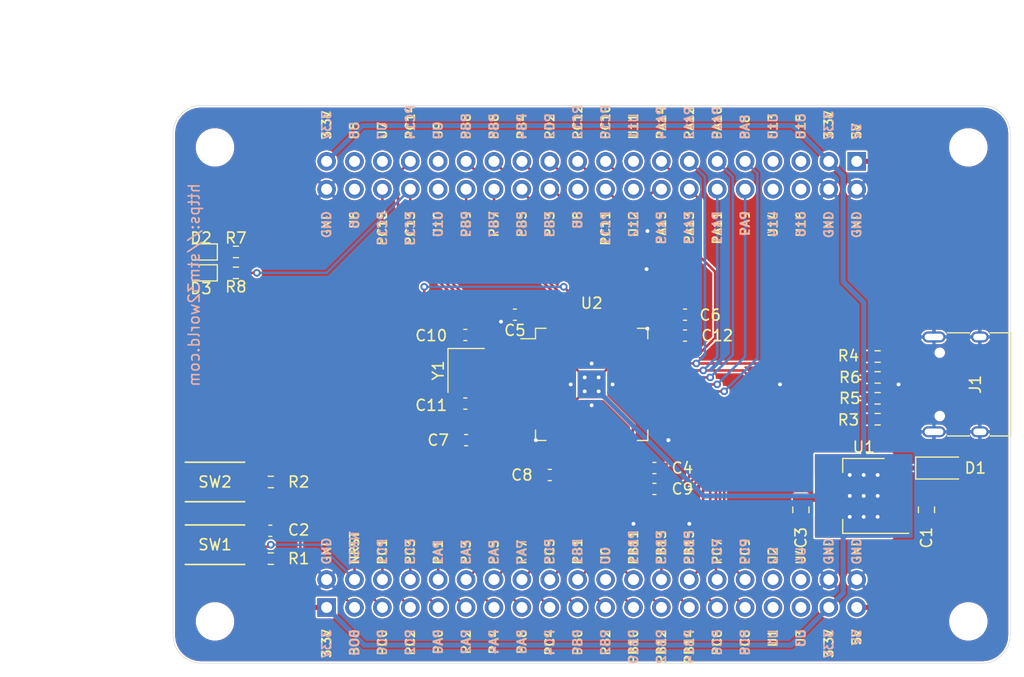
<source format=kicad_pcb>
(kicad_pcb (version 20171130) (host pcbnew 5.1.9+dfsg1-1)
  (layers (0 F.Cu signal) (31 B.Cu signal) (34 B.Paste user) (35 F.Paste user) (36 B.SilkS user) (37 F.SilkS user) (38 B.Mask user) (39 F.Mask user) (44 Edge.Cuts user))
  (net 0 "")
  (net 1 +3V3)
  (net 2 GND)
  (net 3 PB9)
  (net 4 PB8)
  (net 5 PB7)
  (net 6 PB6)
  (net 7 PB5)
  (net 8 PB4)
  (net 9 PB3)
  (net 10 PD2)
  (net 11 PC12)
  (net 12 PC11)
  (net 13 PC10)
  (net 14 PA15)
  (net 15 PA14)
  (net 16 PA13)
  (net 17 PA12)
  (net 18 PA11)
  (net 19 PA10)
  (net 20 PA9)
  (net 21 PA8)
  (net 22 PC9)
  (net 23 PC8)
  (net 24 PC7)
  (net 25 PC6)
  (net 26 PB15)
  (net 27 PB14)
  (net 28 PB13)
  (net 29 PB12)
  (net 30 PB11)
  (net 31 PB10)
  (net 32 PB2)
  (net 33 PB1)
  (net 34 PB0)
  (net 35 PC5)
  (net 36 PC4)
  (net 37 PA7)
  (net 38 PA6)
  (net 39 PA5)
  (net 40 PA4)
  (net 41 PA3)
  (net 42 PA2)
  (net 43 PA1)
  (net 44 PA0)
  (net 45 PC3)
  (net 46 PC2)
  (net 47 PC1)
  (net 48 PC0)
  (net 49 NRST)
  (net 50 PC15)
  (net 51 PC14)
  (net 52 PC13)
  (net 53 +5V)
  (net 54 "Net-(C11-Pad1)")
  (net 55 VBUS)
  (net 56 "Net-(D2-Pad1)")
  (net 57 "Net-(D3-Pad1)")
  (net 58 UCC)
  (net 59 BO0)
  (net 60 "Net-(C10-Pad1)")
  (net 61 "Net-(J1-PadB8)")
  (net 62 "Net-(J1-PadA5)")
  (net 63 "Net-(J1-PadA7)")
  (net 64 "Net-(J1-PadA6)")
  (net 65 "Net-(J1-PadA8)")
  (net 66 "Net-(J1-PadB5)")
  (net 67 "Net-(J2-Pad78)")
  (net 68 "Net-(J2-Pad77)")
  (net 69 "Net-(J2-Pad75)")
  (net 70 "Net-(J2-Pad72)")
  (net 71 "Net-(J2-Pad71)")
  (net 72 "Net-(J2-Pad62)")
  (net 73 "Net-(J2-Pad58)")
  (net 74 "Net-(J2-Pad57)")
  (net 75 "Net-(J2-Pad48)")
  (net 76 "Net-(J2-Pad47)")
  (net 77 "Net-(J2-Pad46)")
  (net 78 "Net-(J2-Pad45)")
  (net 79 "Net-(J2-Pad36)")
  (net 80 "Net-(J2-Pad35)")
  (net 81 "Net-(J2-Pad34)")
  (net 82 "Net-(J2-Pad33)")
  (net 83 "Net-(J2-Pad22)")
  (net 84 "Net-(C9-Pad1)")
  (net 85 "Net-(C12-Pad1)")
  (module stm32world:STM32WORLD_BASE (layer F.Cu) (at 152.4 101.6)
    (fp_text reference J2 hide)
    (fp_text value STM32WORLD_BASE)
    (fp_text user 5V (at 24.13 22.225 90) (layer B.SilkS) (effects (font (size 0.8 0.8)) (justify left mirror)))
    (fp_text user 3.3V (at 21.59 22.225 90) (layer B.SilkS) (effects (font (size 0.8 0.8)) (justify left mirror)))
    (fp_text user U3 (at 19.05 22.225 90) (layer B.SilkS) (effects (font (size 0.8 0.8)) (justify left mirror)))
    (fp_text user U1 (at 16.51 22.225 90) (layer B.SilkS) (effects (font (size 0.8 0.8)) (justify left mirror)))
    (fp_text user PC8 (at 13.97 22.225 90) (layer B.SilkS) (effects (font (size 0.8 0.8)) (justify left mirror)))
    (fp_text user PC6 (at 11.43 22.225 90) (layer B.SilkS) (effects (font (size 0.8 0.8)) (justify left mirror)))
    (fp_text user PB14 (at 8.89 22.225 90) (layer B.SilkS) (effects (font (size 0.8 0.8)) (justify left mirror)))
    (fp_text user PB12 (at 6.35 22.225 90) (layer B.SilkS) (effects (font (size 0.8 0.8)) (justify left mirror)))
    (fp_text user PB10 (at 3.81 22.225 90) (layer B.SilkS) (effects (font (size 0.8 0.8)) (justify left mirror)))
    (fp_text user PB2 (at 1.27 22.225 90) (layer B.SilkS) (effects (font (size 0.8 0.8)) (justify left mirror)))
    (fp_text user PB0 (at -1.27 22.225 90) (layer B.SilkS) (effects (font (size 0.8 0.8)) (justify left mirror)))
    (fp_text user PC4 (at -3.81 22.225 90) (layer B.SilkS) (effects (font (size 0.8 0.8)) (justify left mirror)))
    (fp_text user PA6 (at -6.35 22.225 90) (layer B.SilkS) (effects (font (size 0.8 0.8)) (justify left mirror)))
    (fp_text user PA4 (at -8.89 22.225 90) (layer B.SilkS) (effects (font (size 0.8 0.8)) (justify left mirror)))
    (fp_text user PA2 (at -11.43 22.225 90) (layer B.SilkS) (effects (font (size 0.8 0.8)) (justify left mirror)))
    (fp_text user PA0 (at -13.97 22.225 90) (layer B.SilkS) (effects (font (size 0.8 0.8)) (justify left mirror)))
    (fp_text user PC2 (at -16.51 22.225 90) (layer B.SilkS) (effects (font (size 0.8 0.8)) (justify left mirror)))
    (fp_text user PC0 (at -19.05 22.225 90) (layer B.SilkS) (effects (font (size 0.8 0.8)) (justify left mirror)))
    (fp_text user BO0 (at -21.59 22.225 90) (layer B.SilkS) (effects (font (size 0.8 0.8)) (justify left mirror)))
    (fp_text user 3.3V (at -24.13 22.225 90) (layer B.SilkS) (effects (font (size 0.8 0.8)) (justify left mirror)))
    (fp_text user GND (at 24.13 16.51 90) (layer B.SilkS) (effects (font (size 0.8 0.8)) (justify right mirror)))
    (fp_text user GND (at 21.59 16.51 90) (layer B.SilkS) (effects (font (size 0.8 0.8)) (justify right mirror)))
    (fp_text user U4 (at 19.05 16.51 90) (layer B.SilkS) (effects (font (size 0.8 0.8)) (justify right mirror)))
    (fp_text user U2 (at 16.51 16.51 90) (layer B.SilkS) (effects (font (size 0.8 0.8)) (justify right mirror)))
    (fp_text user PC9 (at 13.97 16.51 90) (layer B.SilkS) (effects (font (size 0.8 0.8)) (justify right mirror)))
    (fp_text user PC7 (at 11.43 16.51 90) (layer B.SilkS) (effects (font (size 0.8 0.8)) (justify right mirror)))
    (fp_text user PB15 (at 8.89 16.51 90) (layer B.SilkS) (effects (font (size 0.8 0.8)) (justify right mirror)))
    (fp_text user PB13 (at 6.35 16.51 90) (layer B.SilkS) (effects (font (size 0.8 0.8)) (justify right mirror)))
    (fp_text user PB11 (at 3.81 16.51 90) (layer B.SilkS) (effects (font (size 0.8 0.8)) (justify right mirror)))
    (fp_text user U0 (at 1.27 16.51 90) (layer B.SilkS) (effects (font (size 0.8 0.8)) (justify right mirror)))
    (fp_text user PB1 (at -1.27 16.51 90) (layer B.SilkS) (effects (font (size 0.8 0.8)) (justify right mirror)))
    (fp_text user PC5 (at -3.81 16.51 90) (layer B.SilkS) (effects (font (size 0.8 0.8)) (justify right mirror)))
    (fp_text user PA7 (at -6.35 16.51 90) (layer B.SilkS) (effects (font (size 0.8 0.8)) (justify right mirror)))
    (fp_text user PA5 (at -8.89 16.51 90) (layer B.SilkS) (effects (font (size 0.8 0.8)) (justify right mirror)))
    (fp_text user PA3 (at -11.43 16.51 90) (layer B.SilkS) (effects (font (size 0.8 0.8)) (justify right mirror)))
    (fp_text user PA1 (at -13.97 16.51 90) (layer B.SilkS) (effects (font (size 0.8 0.8)) (justify right mirror)))
    (fp_text user PC3 (at -16.51 16.51 90) (layer B.SilkS) (effects (font (size 0.8 0.8)) (justify right mirror)))
    (fp_text user PC1 (at -19.05 16.51 90) (layer B.SilkS) (effects (font (size 0.8 0.8)) (justify right mirror)))
    (fp_text user NRST (at -21.59 16.51 90) (layer B.SilkS) (effects (font (size 0.8 0.8)) (justify right mirror)))
    (fp_text user GND (at -24.13 16.51 90) (layer B.SilkS) (effects (font (size 0.8 0.8)) (justify right mirror)))
    (fp_text user 3.3V (at -24.13 -22.225 90) (layer B.SilkS) (effects (font (size 0.8 0.8)) (justify right mirror)))
    (fp_text user U5 (at -21.59 -22.225 90) (layer B.SilkS) (effects (font (size 0.8 0.8)) (justify right mirror)))
    (fp_text user U7 (at -19.05 -22.225 90) (layer B.SilkS) (effects (font (size 0.8 0.8)) (justify right mirror)))
    (fp_text user PC14 (at -16.51 -22.225 90) (layer B.SilkS) (effects (font (size 0.8 0.8)) (justify right mirror)))
    (fp_text user U9 (at -13.97 -22.225 90) (layer B.SilkS) (effects (font (size 0.8 0.8)) (justify right mirror)))
    (fp_text user PB8 (at -11.43 -22.225 90) (layer B.SilkS) (effects (font (size 0.8 0.8)) (justify right mirror)))
    (fp_text user PB6 (at -8.89 -22.225 90) (layer B.SilkS) (effects (font (size 0.8 0.8)) (justify right mirror)))
    (fp_text user PB4 (at -6.35 -22.225 90) (layer B.SilkS) (effects (font (size 0.8 0.8)) (justify right mirror)))
    (fp_text user PD2 (at -3.81 -22.225 90) (layer B.SilkS) (effects (font (size 0.8 0.8)) (justify right mirror)))
    (fp_text user PC12 (at -1.27 -22.225 90) (layer B.SilkS) (effects (font (size 0.8 0.8)) (justify right mirror)))
    (fp_text user PC10 (at 1.27 -22.225 90) (layer B.SilkS) (effects (font (size 0.8 0.8)) (justify right mirror)))
    (fp_text user U11 (at 3.81 -22.225 90) (layer B.SilkS) (effects (font (size 0.8 0.8)) (justify right mirror)))
    (fp_text user PA14 (at 6.35 -22.225 90) (layer B.SilkS) (effects (font (size 0.8 0.8)) (justify right mirror)))
    (fp_text user PA12 (at 8.89 -22.225 90) (layer B.SilkS) (effects (font (size 0.8 0.8)) (justify right mirror)))
    (fp_text user PA10 (at 11.43 -22.225 90) (layer B.SilkS) (effects (font (size 0.8 0.8)) (justify right mirror)))
    (fp_text user PA8 (at 13.97 -22.225 90) (layer B.SilkS) (effects (font (size 0.8 0.8)) (justify right mirror)))
    (fp_text user U13 (at 16.51 -22.225 90) (layer B.SilkS) (effects (font (size 0.8 0.8)) (justify right mirror)))
    (fp_text user U15 (at 19.05 -22.225 90) (layer B.SilkS) (effects (font (size 0.8 0.8)) (justify right mirror)))
    (fp_text user 3.3V (at 21.59 -22.225 90) (layer B.SilkS) (effects (font (size 0.8 0.8)) (justify right mirror)))
    (fp_text user 5V (at 24.13 -22.225 90) (layer B.SilkS) (effects (font (size 0.8 0.8)) (justify right mirror)))
    (fp_text user GND (at 24.13 -15.875 90) (layer B.SilkS) (effects (font (size 0.8 0.8)) (justify left mirror)))
    (fp_text user GND (at 21.59 -15.875 90) (layer B.SilkS) (effects (font (size 0.8 0.8)) (justify left mirror)))
    (fp_text user U16 (at 19.05 -15.875 90) (layer B.SilkS) (effects (font (size 0.8 0.8)) (justify left mirror)))
    (fp_text user U14 (at 16.51 -15.875 90) (layer B.SilkS) (effects (font (size 0.8 0.8)) (justify left mirror)))
    (fp_text user PA9 (at 13.97 -15.875 90) (layer B.SilkS) (effects (font (size 0.8 0.8)) (justify left mirror)))
    (fp_text user PA11 (at 11.43 -15.875 90) (layer B.SilkS) (effects (font (size 0.8 0.8)) (justify left mirror)))
    (fp_text user PA13 (at 8.89 -15.875 90) (layer B.SilkS) (effects (font (size 0.8 0.8)) (justify left mirror)))
    (fp_text user PA15 (at 6.35 -15.875 90) (layer B.SilkS) (effects (font (size 0.8 0.8)) (justify left mirror)))
    (fp_text user U12 (at 3.81 -15.875 90) (layer B.SilkS) (effects (font (size 0.8 0.8)) (justify left mirror)))
    (fp_text user PC11 (at 1.27 -15.875 90) (layer B.SilkS) (effects (font (size 0.8 0.8)) (justify left mirror)))
    (fp_text user U8 (at -1.27 -15.875 90) (layer B.SilkS) (effects (font (size 0.8 0.8)) (justify left mirror)))
    (fp_text user PB3 (at -3.81 -15.875 90) (layer B.SilkS) (effects (font (size 0.8 0.8)) (justify left mirror)))
    (fp_text user PB5 (at -6.35 -15.875 90) (layer B.SilkS) (effects (font (size 0.8 0.8)) (justify left mirror)))
    (fp_text user PB7 (at -8.89 -15.875 90) (layer B.SilkS) (effects (font (size 0.8 0.8)) (justify left mirror)))
    (fp_text user PB9 (at -11.43 -15.875 90) (layer B.SilkS) (effects (font (size 0.8 0.8)) (justify left mirror)))
    (fp_text user U10 (at -13.97 -15.875 90) (layer B.SilkS) (effects (font (size 0.8 0.8)) (justify left mirror)))
    (fp_text user PC13 (at -16.51 -15.875 90) (layer B.SilkS) (effects (font (size 0.8 0.8)) (justify left mirror)))
    (fp_text user PC15 (at -19.05 -15.875 90) (layer B.SilkS) (effects (font (size 0.8 0.8)) (justify left mirror)))
    (fp_text user U6 (at -21.59 -15.875 90) (layer B.SilkS) (effects (font (size 0.8 0.8)) (justify left mirror)))
    (fp_text user GND (at -24.13 -15.875 90) (layer B.SilkS) (effects (font (size 0.8 0.8)) (justify left mirror)))
    (fp_text user U16 (at 19.05 -15.875 90) (layer F.SilkS) (effects (font (size 0.8 0.8)) (justify right)))
    (fp_text user U14 (at 16.51 -15.875 90) (layer F.SilkS) (effects (font (size 0.8 0.8)) (justify right)))
    (fp_text user U15 (at 19.05 -22.225 90) (layer F.SilkS) (effects (font (size 0.8 0.8)) (justify left)))
    (fp_text user U13 (at 16.51 -22.225 90) (layer F.SilkS) (effects (font (size 0.8 0.8)) (justify left)))
    (fp_text user U11 (at 3.81 -22.225 90) (layer F.SilkS) (effects (font (size 0.8 0.8)) (justify left)))
    (fp_text user U12 (at 3.81 -15.875 90) (layer F.SilkS) (effects (font (size 0.8 0.8)) (justify right)))
    (fp_text user U8 (at -1.27 -15.875 90) (layer F.SilkS) (effects (font (size 0.8 0.8)) (justify right)))
    (fp_text user U10 (at -13.97 -15.875 90) (layer F.SilkS) (effects (font (size 0.8 0.8)) (justify right)))
    (fp_text user U9 (at -13.97 -22.225 90) (layer F.SilkS) (effects (font (size 0.8 0.8)) (justify left)))
    (fp_text user U7 (at -19.05 -22.225 90) (layer F.SilkS) (effects (font (size 0.8 0.8)) (justify left)))
    (fp_text user U6 (at -21.59 -15.875 90) (layer F.SilkS) (effects (font (size 0.8 0.8)) (justify right)))
    (fp_text user U5 (at -21.59 -22.225 90) (layer F.SilkS) (effects (font (size 0.8 0.8)) (justify left)))
    (fp_text user U4 (at 19.05 16.51 90) (layer F.SilkS) (effects (font (size 0.8 0.8)) (justify left)))
    (fp_text user U2 (at 16.51 16.51 90) (layer F.SilkS) (effects (font (size 0.8 0.8)) (justify left)))
    (fp_text user U3 (at 19.05 22.225 90) (layer F.SilkS) (effects (font (size 0.8 0.8)) (justify right)))
    (fp_text user U1 (at 16.51 22.225 90) (layer F.SilkS) (effects (font (size 0.8 0.8)) (justify right)))
    (fp_text user U0 (at 1.27 16.51 90) (layer F.SilkS) (effects (font (size 0.8 0.8)) (justify left)))
    (fp_text user https://stm32world.com (at -36.195 -18.415 90 unlocked) (layer B.SilkS) (effects (justify left mirror)))
    (fp_text user 3.3V (at 21.59 -22.225 90) (layer F.SilkS) (effects (font (size 0.8 0.8)) (justify left)))
    (fp_text user GND (at 21.59 -15.875 90) (layer F.SilkS) (effects (font (size 0.8 0.8)) (justify right)))
    (fp_text user 5V (at 24.13 22.225 90) (layer F.SilkS) (effects (font (size 0.8 0.8)) (justify right)))
    (fp_text user GND (at 21.59 16.51 90) (layer F.SilkS) (effects (font (size 0.8 0.8)) (justify left)))
    (fp_text user GND (at -24.13 -15.875 90) (layer F.SilkS) (effects (font (size 0.8 0.8)) (justify right)))
    (fp_text user PC15 (at -19.05 -15.875 90) (layer F.SilkS) (effects (font (size 0.8 0.8)) (justify right)))
    (fp_text user PC13 (at -16.51 -15.875 90) (layer F.SilkS) (effects (font (size 0.8 0.8)) (justify right)))
    (fp_text user PB9 (at -11.43 -15.875 90) (layer F.SilkS) (effects (font (size 0.8 0.8)) (justify right)))
    (fp_text user PB7 (at -8.89 -15.875 90) (layer F.SilkS) (effects (font (size 0.8 0.8)) (justify right)))
    (fp_text user PB5 (at -6.35 -15.875 90) (layer F.SilkS) (effects (font (size 0.8 0.8)) (justify right)))
    (fp_text user PB3 (at -3.81 -15.875 90) (layer F.SilkS) (effects (font (size 0.8 0.8)) (justify right)))
    (fp_text user PC11 (at 1.27 -15.875 90) (layer F.SilkS) (effects (font (size 0.8 0.8)) (justify right)))
    (fp_text user PA15 (at 6.35 -15.875 90) (layer F.SilkS) (effects (font (size 0.8 0.8)) (justify right)))
    (fp_text user PA13 (at 8.89 -15.875 90) (layer F.SilkS) (effects (font (size 0.8 0.8)) (justify right)))
    (fp_text user PA11 (at 11.43 -15.875 90) (layer F.SilkS) (effects (font (size 0.8 0.8)) (justify right)))
    (fp_text user PA9 (at 13.97 -15.875 90) (layer F.SilkS) (effects (font (size 0.8 0.8)) (justify right)))
    (fp_text user 3.3V (at -24.13 -22.225 90) (layer F.SilkS) (effects (font (size 0.8 0.8)) (justify left)))
    (fp_text user PC14 (at -16.51 -22.225 90) (layer F.SilkS) (effects (font (size 0.8 0.8)) (justify left)))
    (fp_text user PB8 (at -11.43 -22.225 90) (layer F.SilkS) (effects (font (size 0.8 0.8)) (justify left)))
    (fp_text user PB6 (at -8.89 -22.225 90) (layer F.SilkS) (effects (font (size 0.8 0.8)) (justify left)))
    (fp_text user PB4 (at -6.35 -22.225 90) (layer F.SilkS) (effects (font (size 0.8 0.8)) (justify left)))
    (fp_text user PD2 (at -3.81 -22.225 90) (layer F.SilkS) (effects (font (size 0.8 0.8)) (justify left)))
    (fp_text user PC12 (at -1.27 -22.225 90) (layer F.SilkS) (effects (font (size 0.8 0.8)) (justify left)))
    (fp_text user PC10 (at 1.27 -22.225 90) (layer F.SilkS) (effects (font (size 0.8 0.8)) (justify left)))
    (fp_text user PA14 (at 6.35 -22.225 90) (layer F.SilkS) (effects (font (size 0.8 0.8)) (justify left)))
    (fp_text user PA12 (at 8.89 -22.225 90) (layer F.SilkS) (effects (font (size 0.8 0.8)) (justify left)))
    (fp_text user PA10 (at 11.43 -22.225 90) (layer F.SilkS) (effects (font (size 0.8 0.8)) (justify left)))
    (fp_text user PA8 (at 13.97 -22.225 90) (layer F.SilkS) (effects (font (size 0.8 0.8)) (justify left)))
    (fp_text user GND (at 24.13 -15.875 90) (layer F.SilkS) (effects (font (size 0.8 0.8)) (justify right)))
    (fp_text user 5V (at 24.13 -22.225 90) (layer F.SilkS) (effects (font (size 0.8 0.8)) (justify left)))
    (fp_text user GND (at 24.13 16.51 90) (layer F.SilkS) (effects (font (size 0.8 0.8)) (justify left)))
    (fp_text user PC9 (at 13.97 16.51 90) (layer F.SilkS) (effects (font (size 0.8 0.8)) (justify left)))
    (fp_text user PC7 (at 11.43 16.51 90) (layer F.SilkS) (effects (font (size 0.8 0.8)) (justify left)))
    (fp_text user PB15 (at 8.89 16.51 90) (layer F.SilkS) (effects (font (size 0.8 0.8)) (justify left)))
    (fp_text user PB13 (at 6.35 16.51 90) (layer F.SilkS) (effects (font (size 0.8 0.8)) (justify left)))
    (fp_text user PB11 (at 3.81 16.51 90) (layer F.SilkS) (effects (font (size 0.8 0.8)) (justify left)))
    (fp_text user PB1 (at -1.27 16.51 90) (layer F.SilkS) (effects (font (size 0.8 0.8)) (justify left)))
    (fp_text user PC5 (at -3.81 16.51 90) (layer F.SilkS) (effects (font (size 0.8 0.8)) (justify left)))
    (fp_text user PA7 (at -6.35 16.51 90) (layer F.SilkS) (effects (font (size 0.8 0.8)) (justify left)))
    (fp_text user PA5 (at -8.89 16.51 90) (layer F.SilkS) (effects (font (size 0.8 0.8)) (justify left)))
    (fp_text user PA3 (at -11.43 16.51 90) (layer F.SilkS) (effects (font (size 0.8 0.8)) (justify left)))
    (fp_text user PA1 (at -13.97 16.51 90) (layer F.SilkS) (effects (font (size 0.8 0.8)) (justify left)))
    (fp_text user PC3 (at -16.51 16.51 90) (layer F.SilkS) (effects (font (size 0.8 0.8)) (justify left)))
    (fp_text user PC1 (at -19.05 16.51 90) (layer F.SilkS) (effects (font (size 0.8 0.8)) (justify left)))
    (fp_text user NRST (at -21.59 16.51 90) (layer F.SilkS) (effects (font (size 0.8 0.8)) (justify left)))
    (fp_text user 3.3V (at 21.59 22.225 90) (layer F.SilkS) (effects (font (size 0.8 0.8)) (justify right)))
    (fp_text user PC8 (at 13.97 22.225 90) (layer F.SilkS) (effects (font (size 0.8 0.8)) (justify right)))
    (fp_text user PC6 (at 11.43 22.225 90) (layer F.SilkS) (effects (font (size 0.8 0.8)) (justify right)))
    (fp_text user PB14 (at 8.89 22.225 90) (layer F.SilkS) (effects (font (size 0.8 0.8)) (justify right)))
    (fp_text user PB12 (at 6.35 22.225 90) (layer F.SilkS) (effects (font (size 0.8 0.8)) (justify right)))
    (fp_text user PB10 (at 3.81 22.225 90) (layer F.SilkS) (effects (font (size 0.8 0.8)) (justify right)))
    (fp_text user PB2 (at 1.27 22.225 90) (layer F.SilkS) (effects (font (size 0.8 0.8)) (justify right)))
    (fp_text user PB0 (at -1.27 22.225 90) (layer F.SilkS) (effects (font (size 0.8 0.8)) (justify right)))
    (fp_text user PC4 (at -3.81 22.225 90) (layer F.SilkS) (effects (font (size 0.8 0.8)) (justify right)))
    (fp_text user PA6 (at -6.35 22.225 90) (layer F.SilkS) (effects (font (size 0.8 0.8)) (justify right)))
    (fp_text user PA4 (at -8.89 22.225 90) (layer F.SilkS) (effects (font (size 0.8 0.8)) (justify right)))
    (fp_text user PA2 (at -11.43 22.225 90) (layer F.SilkS) (effects (font (size 0.8 0.8)) (justify right)))
    (fp_text user PA0 (at -13.97 22.225 90) (layer F.SilkS) (effects (font (size 0.8 0.8)) (justify right)))
    (fp_text user PC2 (at -16.51 22.225 90) (layer F.SilkS) (effects (font (size 0.8 0.8)) (justify right)))
    (fp_text user PC0 (at -19.05 22.225 90) (layer F.SilkS) (effects (font (size 0.8 0.8)) (justify right)))
    (fp_text user BO0 (at -21.59 22.225 90) (layer F.SilkS) (effects (font (size 0.8 0.8)) (justify right)))
    (fp_text user GND (at -24.13 16.51 90) (layer F.SilkS) (effects (font (size 0.8 0.8)) (justify left)))
    (fp_text user 3.3V (at -24.13 22.225 90) (layer F.SilkS) (effects (font (size 0.8 0.8)) (justify right)))
    (pad 1 thru_hole rect (at -24.13 20.32) (size 1.7 1.7) (drill 1) (layers *.Cu *.Mask) (net 1 +3V3))
    (pad 2 thru_hole circle (at -24.13 17.78) (size 1.7 1.7) (drill 1) (layers *.Cu *.Mask) (net 2 GND))
    (pad 3 thru_hole circle (at -21.59 20.32) (size 1.7 1.7) (drill 1) (layers *.Cu *.Mask) (net 59 BO0))
    (pad 4 thru_hole circle (at -21.59 17.78) (size 1.7 1.7) (drill 1) (layers *.Cu *.Mask) (net 49 NRST))
    (pad 5 thru_hole circle (at -19.05 20.32) (size 1.7 1.7) (drill 1) (layers *.Cu *.Mask) (net 48 PC0))
    (pad 6 thru_hole circle (at -19.05 17.78) (size 1.7 1.7) (drill 1) (layers *.Cu *.Mask) (net 47 PC1))
    (pad 7 thru_hole circle (at -16.51 20.32) (size 1.7 1.7) (drill 1) (layers *.Cu *.Mask) (net 46 PC2))
    (pad 8 thru_hole circle (at -16.51 17.78) (size 1.7 1.7) (drill 1) (layers *.Cu *.Mask) (net 45 PC3))
    (pad 9 thru_hole circle (at -13.97 20.32) (size 1.7 1.7) (drill 1) (layers *.Cu *.Mask) (net 44 PA0))
    (pad 10 thru_hole circle (at -13.97 17.78) (size 1.7 1.7) (drill 1) (layers *.Cu *.Mask) (net 43 PA1))
    (pad 11 thru_hole circle (at -11.43 20.32) (size 1.7 1.7) (drill 1) (layers *.Cu *.Mask) (net 42 PA2))
    (pad 12 thru_hole circle (at -11.43 17.78) (size 1.7 1.7) (drill 1) (layers *.Cu *.Mask) (net 41 PA3))
    (pad 13 thru_hole circle (at -8.89 20.32) (size 1.7 1.7) (drill 1) (layers *.Cu *.Mask) (net 40 PA4))
    (pad 14 thru_hole circle (at -8.89 17.78) (size 1.7 1.7) (drill 1) (layers *.Cu *.Mask) (net 39 PA5))
    (pad 15 thru_hole circle (at -6.35 20.32) (size 1.7 1.7) (drill 1) (layers *.Cu *.Mask) (net 38 PA6))
    (pad 16 thru_hole circle (at -6.35 17.78) (size 1.7 1.7) (drill 1) (layers *.Cu *.Mask) (net 37 PA7))
    (pad 17 thru_hole circle (at -3.81 20.32) (size 1.7 1.7) (drill 1) (layers *.Cu *.Mask) (net 36 PC4))
    (pad 18 thru_hole circle (at -3.81 17.78) (size 1.7 1.7) (drill 1) (layers *.Cu *.Mask) (net 35 PC5))
    (pad 19 thru_hole circle (at -1.27 20.32) (size 1.7 1.7) (drill 1) (layers *.Cu *.Mask) (net 34 PB0))
    (pad 20 thru_hole circle (at -1.27 17.78) (size 1.7 1.7) (drill 1) (layers *.Cu *.Mask) (net 33 PB1))
    (pad 21 thru_hole circle (at 1.27 20.32) (size 1.7 1.7) (drill 1) (layers *.Cu *.Mask) (net 32 PB2))
    (pad 22 thru_hole circle (at 1.27 17.78) (size 1.7 1.7) (drill 1) (layers *.Cu *.Mask) (net 83 "Net-(J2-Pad22)"))
    (pad 23 thru_hole circle (at 3.81 20.32) (size 1.7 1.7) (drill 1) (layers *.Cu *.Mask) (net 31 PB10))
    (pad 24 thru_hole circle (at 3.81 17.78) (size 1.7 1.7) (drill 1) (layers *.Cu *.Mask) (net 30 PB11))
    (pad 25 thru_hole circle (at 6.35 20.32) (size 1.7 1.7) (drill 1) (layers *.Cu *.Mask) (net 29 PB12))
    (pad 26 thru_hole circle (at 6.35 17.78) (size 1.7 1.7) (drill 1) (layers *.Cu *.Mask) (net 28 PB13))
    (pad 27 thru_hole circle (at 8.89 20.32) (size 1.7 1.7) (drill 1) (layers *.Cu *.Mask) (net 27 PB14))
    (pad 28 thru_hole circle (at 8.89 17.78) (size 1.7 1.7) (drill 1) (layers *.Cu *.Mask) (net 26 PB15))
    (pad 29 thru_hole circle (at 11.43 20.32) (size 1.7 1.7) (drill 1) (layers *.Cu *.Mask) (net 25 PC6))
    (pad 30 thru_hole circle (at 11.43 17.78) (size 1.7 1.7) (drill 1) (layers *.Cu *.Mask) (net 24 PC7))
    (pad 31 thru_hole circle (at 13.97 20.32) (size 1.7 1.7) (drill 1) (layers *.Cu *.Mask) (net 23 PC8))
    (pad 32 thru_hole circle (at 13.97 17.78) (size 1.7 1.7) (drill 1) (layers *.Cu *.Mask) (net 22 PC9))
    (pad 33 thru_hole circle (at 16.51 20.32) (size 1.7 1.7) (drill 1) (layers *.Cu *.Mask) (net 82 "Net-(J2-Pad33)"))
    (pad 34 thru_hole circle (at 16.51 17.78) (size 1.7 1.7) (drill 1) (layers *.Cu *.Mask) (net 81 "Net-(J2-Pad34)"))
    (pad 35 thru_hole circle (at 19.05 20.32) (size 1.7 1.7) (drill 1) (layers *.Cu *.Mask) (net 80 "Net-(J2-Pad35)"))
    (pad 36 thru_hole circle (at 19.05 17.78) (size 1.7 1.7) (drill 1) (layers *.Cu *.Mask) (net 79 "Net-(J2-Pad36)"))
    (pad 37 thru_hole circle (at 21.59 20.32) (size 1.7 1.7) (drill 1) (layers *.Cu *.Mask) (net 1 +3V3))
    (pad 38 thru_hole circle (at 21.59 17.78) (size 1.7 1.7) (drill 1) (layers *.Cu *.Mask) (net 2 GND))
    (pad 39 thru_hole circle (at 24.13 20.32) (size 1.7 1.7) (drill 1) (layers *.Cu *.Mask) (net 53 +5V))
    (pad 40 thru_hole circle (at 24.13 17.78) (size 1.7 1.7) (drill 1) (layers *.Cu *.Mask) (net 2 GND))
    (pad 41 thru_hole rect (at 24.13 -20.32) (size 1.7 1.7) (drill 1) (layers *.Cu *.Mask) (net 53 +5V))
    (pad 42 thru_hole circle (at 24.13 -17.78) (size 1.7 1.7) (drill 1) (layers *.Cu *.Mask) (net 2 GND))
    (pad 43 thru_hole circle (at 21.59 -20.32) (size 1.7 1.7) (drill 1) (layers *.Cu *.Mask) (net 1 +3V3))
    (pad 44 thru_hole circle (at 21.59 -17.78) (size 1.7 1.7) (drill 1) (layers *.Cu *.Mask) (net 2 GND))
    (pad 45 thru_hole circle (at 19.05 -20.32) (size 1.7 1.7) (drill 1) (layers *.Cu *.Mask) (net 78 "Net-(J2-Pad45)"))
    (pad 46 thru_hole circle (at 19.05 -17.78) (size 1.7 1.7) (drill 1) (layers *.Cu *.Mask) (net 77 "Net-(J2-Pad46)"))
    (pad 47 thru_hole circle (at 16.51 -20.32) (size 1.7 1.7) (drill 1) (layers *.Cu *.Mask) (net 76 "Net-(J2-Pad47)"))
    (pad 48 thru_hole circle (at 16.51 -17.78) (size 1.7 1.7) (drill 1) (layers *.Cu *.Mask) (net 75 "Net-(J2-Pad48)"))
    (pad 49 thru_hole circle (at 13.97 -20.32) (size 1.7 1.7) (drill 1) (layers *.Cu *.Mask) (net 21 PA8))
    (pad 50 thru_hole circle (at 13.97 -17.78) (size 1.7 1.7) (drill 1) (layers *.Cu *.Mask) (net 20 PA9))
    (pad 51 thru_hole circle (at 11.43 -20.32) (size 1.7 1.7) (drill 1) (layers *.Cu *.Mask) (net 19 PA10))
    (pad 52 thru_hole circle (at 11.43 -17.78) (size 1.7 1.7) (drill 1) (layers *.Cu *.Mask) (net 18 PA11))
    (pad 53 thru_hole circle (at 8.89 -20.32) (size 1.7 1.7) (drill 1) (layers *.Cu *.Mask) (net 17 PA12))
    (pad 54 thru_hole circle (at 8.89 -17.78) (size 1.7 1.7) (drill 1) (layers *.Cu *.Mask) (net 16 PA13))
    (pad 55 thru_hole circle (at 6.35 -20.32) (size 1.7 1.7) (drill 1) (layers *.Cu *.Mask) (net 15 PA14))
    (pad 56 thru_hole circle (at 6.35 -17.78) (size 1.7 1.7) (drill 1) (layers *.Cu *.Mask) (net 14 PA15))
    (pad 57 thru_hole circle (at 3.81 -20.32) (size 1.7 1.7) (drill 1) (layers *.Cu *.Mask) (net 74 "Net-(J2-Pad57)"))
    (pad 58 thru_hole circle (at 3.81 -17.78) (size 1.7 1.7) (drill 1) (layers *.Cu *.Mask) (net 73 "Net-(J2-Pad58)"))
    (pad 59 thru_hole circle (at 1.27 -20.32) (size 1.7 1.7) (drill 1) (layers *.Cu *.Mask) (net 13 PC10))
    (pad 60 thru_hole circle (at 1.27 -17.78) (size 1.7 1.7) (drill 1) (layers *.Cu *.Mask) (net 12 PC11))
    (pad 61 thru_hole circle (at -1.27 -20.32) (size 1.7 1.7) (drill 1) (layers *.Cu *.Mask) (net 11 PC12))
    (pad 62 thru_hole circle (at -1.27 -17.78) (size 1.7 1.7) (drill 1) (layers *.Cu *.Mask) (net 72 "Net-(J2-Pad62)"))
    (pad 63 thru_hole circle (at -3.81 -20.32) (size 1.7 1.7) (drill 1) (layers *.Cu *.Mask) (net 10 PD2))
    (pad 64 thru_hole circle (at -3.81 -17.78) (size 1.7 1.7) (drill 1) (layers *.Cu *.Mask) (net 9 PB3))
    (pad 65 thru_hole circle (at -6.35 -20.32) (size 1.7 1.7) (drill 1) (layers *.Cu *.Mask) (net 8 PB4))
    (pad 66 thru_hole circle (at -6.35 -17.78) (size 1.7 1.7) (drill 1) (layers *.Cu *.Mask) (net 7 PB5))
    (pad 67 thru_hole circle (at -8.89 -20.32) (size 1.7 1.7) (drill 1) (layers *.Cu *.Mask) (net 6 PB6))
    (pad 68 thru_hole circle (at -8.89 -17.78) (size 1.7 1.7) (drill 1) (layers *.Cu *.Mask) (net 5 PB7))
    (pad 69 thru_hole circle (at -11.43 -20.32) (size 1.7 1.7) (drill 1) (layers *.Cu *.Mask) (net 4 PB8))
    (pad 70 thru_hole circle (at -11.43 -17.78) (size 1.7 1.7) (drill 1) (layers *.Cu *.Mask) (net 3 PB9))
    (pad 71 thru_hole circle (at -13.97 -20.32) (size 1.7 1.7) (drill 1) (layers *.Cu *.Mask) (net 71 "Net-(J2-Pad71)"))
    (pad 72 thru_hole circle (at -13.97 -17.78) (size 1.7 1.7) (drill 1) (layers *.Cu *.Mask) (net 70 "Net-(J2-Pad72)"))
    (pad 73 thru_hole circle (at -16.51 -20.32) (size 1.7 1.7) (drill 1) (layers *.Cu *.Mask) (net 51 PC14))
    (pad 74 thru_hole circle (at -16.51 -17.78) (size 1.7 1.7) (drill 1) (layers *.Cu *.Mask) (net 52 PC13))
    (pad 75 thru_hole circle (at -19.05 -20.32) (size 1.7 1.7) (drill 1) (layers *.Cu *.Mask) (net 69 "Net-(J2-Pad75)"))
    (pad 76 thru_hole circle (at -19.05 -17.78) (size 1.7 1.7) (drill 1) (layers *.Cu *.Mask) (net 50 PC15))
    (pad 77 thru_hole circle (at -21.59 -20.32) (size 1.7 1.7) (drill 1) (layers *.Cu *.Mask) (net 68 "Net-(J2-Pad77)"))
    (pad 78 thru_hole circle (at -21.59 -17.78) (size 1.7 1.7) (drill 1) (layers *.Cu *.Mask) (net 67 "Net-(J2-Pad78)"))
    (pad 79 thru_hole circle (at -24.13 -20.32) (size 1.7 1.7) (drill 1) (layers *.Cu *.Mask) (net 1 +3V3))
    (pad 80 thru_hole circle (at -24.13 -17.78) (size 1.7 1.7) (drill 1) (layers *.Cu *.Mask) (net 2 GND))
    (pad "" np_thru_hole circle (at -34.29 21.59) (size 3.2 3.2) (drill 3.2) (layers *.Cu *.Mask))
    (pad "" np_thru_hole circle (at 34.29 21.59) (size 3.2 3.2) (drill 3.2) (layers *.Cu *.Mask))
    (pad "" np_thru_hole circle (at 34.29 -21.59) (size 3.2 3.2) (drill 3.2) (layers *.Cu *.Mask))
    (pad "" np_thru_hole circle (at -34.29 -21.59) (size 3.2 3.2) (drill 3.2) (layers *.Cu *.Mask))
  )
  (module Crystal:Crystal_SMD_3225-4Pin_3.2x2.5mm (layer F.Cu) (at 140.97 100.33 270)
    (fp_text reference Y1 (at 0 2.54 90) (layer F.SilkS))
    (fp_text value X_16MHZ)
    (pad 4 smd rect (at -1.1 -0.85 270) (size 1.4 1.2) (layers F.Cu F.Paste F.Mask) (net 2 GND))
    (pad 3 smd rect (at 1.1 -0.85 270) (size 1.4 1.2) (layers F.Cu F.Paste F.Mask) (net 54 "Net-(C11-Pad1)"))
    (pad 2 smd rect (at 1.1 0.85 270) (size 1.4 1.2) (layers F.Cu F.Paste F.Mask) (net 2 GND))
    (pad 1 smd rect (at -1.1 0.85 270) (size 1.4 1.2) (layers F.Cu F.Paste F.Mask) (net 60 "Net-(C10-Pad1)"))
  )
  (module Resistor_SMD:R_0603_1608Metric (layer F.Cu) (at 123.19 110.49)
    (fp_text reference R2 (at 2.54 0) (layer F.SilkS))
    (fp_text value R_10K_0603)
    (pad 2 smd roundrect (at 0.825 0) (size 0.8 0.95) (layers F.Cu F.Paste F.Mask) (net 2 GND))
    (pad 1 smd roundrect (at -0.825 0) (size 0.8 0.95) (layers F.Cu F.Paste F.Mask) (net 59 BO0))
  )
  (module Resistor_SMD:R_0603_1608Metric (layer F.Cu) (at 123.19 117.475 180)
    (fp_text reference R1 (at -2.54 0) (layer F.SilkS))
    (fp_text value R_10K_0603)
    (pad 2 smd roundrect (at 0.825 0 180) (size 0.8 0.95) (layers F.Cu F.Paste F.Mask) (net 49 NRST))
    (pad 1 smd roundrect (at -0.825 0 180) (size 0.8 0.95) (layers F.Cu F.Paste F.Mask) (net 1 +3V3))
  )
  (module Capacitor_SMD:C_0603_1608Metric (layer F.Cu) (at 160.9 97.155)
    (fp_text reference C12 (at 2.93 0) (layer F.SilkS))
    (fp_text value C_2.2UF_0603)
    (pad 2 smd roundrect (at 0.775 0) (size 0.9 0.95) (layers F.Cu F.Paste F.Mask) (net 2 GND))
    (pad 1 smd roundrect (at -0.775 0) (size 0.9 0.95) (layers F.Cu F.Paste F.Mask) (net 85 "Net-(C12-Pad1)"))
  )
  (module Capacitor_SMD:C_0603_1608Metric (layer F.Cu) (at 158.115 111.125)
    (fp_text reference C9 (at 2.54 0) (layer F.SilkS))
    (fp_text value C_2.2UF_0603)
    (pad 2 smd roundrect (at 0.775 0) (size 0.9 0.95) (layers F.Cu F.Paste F.Mask) (net 2 GND))
    (pad 1 smd roundrect (at -0.775 0) (size 0.9 0.95) (layers F.Cu F.Paste F.Mask) (net 84 "Net-(C9-Pad1)"))
  )
  (module Capacitor_SMD:C_0603_1608Metric (layer F.Cu) (at 158.115 109.22)
    (fp_text reference C4 (at 2.54 0) (layer F.SilkS))
    (fp_text value C_1UF_0603)
    (pad 2 smd roundrect (at 0.775 0) (size 0.9 0.95) (layers F.Cu F.Paste F.Mask) (net 2 GND))
    (pad 1 smd roundrect (at -0.775 0) (size 0.9 0.95) (layers F.Cu F.Paste F.Mask) (net 1 +3V3))
  )
  (module Capacitor_SMD:C_0603_1608Metric (layer F.Cu) (at 140.9 103.35 180)
    (fp_text reference C11 (at 3.105 -0.155) (layer F.SilkS))
    (fp_text value C_20PF_0603)
    (pad 2 smd roundrect (at 0.775 0 180) (size 0.9 0.95) (layers F.Cu F.Paste F.Mask) (net 2 GND))
    (pad 1 smd roundrect (at -0.775 0 180) (size 0.9 0.95) (layers F.Cu F.Paste F.Mask) (net 54 "Net-(C11-Pad1)"))
  )
  (module Capacitor_SMD:C_0603_1608Metric (layer F.Cu) (at 140.9 97.1)
    (fp_text reference C10 (at -3.105 0.055) (layer F.SilkS))
    (fp_text value C_20PF_0603)
    (pad 2 smd roundrect (at 0.775 0) (size 0.9 0.95) (layers F.Cu F.Paste F.Mask) (net 2 GND))
    (pad 1 smd roundrect (at -0.775 0) (size 0.9 0.95) (layers F.Cu F.Paste F.Mask) (net 60 "Net-(C10-Pad1)"))
  )
  (module Resistor_SMD:R_0603_1608Metric (layer F.Cu) (at 120.015 91.44)
    (fp_text reference R8 (at 0 1.27) (layer F.SilkS))
    (fp_text value R_220_0603)
    (pad 2 smd roundrect (at 0.825 0) (size 0.8 0.95) (layers F.Cu F.Paste F.Mask) (net 52 PC13))
    (pad 1 smd roundrect (at -0.825 0) (size 0.8 0.95) (layers F.Cu F.Paste F.Mask) (net 57 "Net-(D3-Pad1)"))
  )
  (module Resistor_SMD:R_0603_1608Metric (layer F.Cu) (at 120.015 89.535)
    (fp_text reference R7 (at 0 -1.27) (layer F.SilkS))
    (fp_text value R_220_0603)
    (pad 2 smd roundrect (at 0.825 0) (size 0.8 0.95) (layers F.Cu F.Paste F.Mask) (net 2 GND))
    (pad 1 smd roundrect (at -0.825 0) (size 0.8 0.95) (layers F.Cu F.Paste F.Mask) (net 56 "Net-(D2-Pad1)"))
  )
  (module Resistor_SMD:R_0603_1608Metric (layer F.Cu) (at 178.435 99.06)
    (fp_text reference R4 (at -2.66 -0.06) (layer F.SilkS))
    (fp_text value R_5.1K_0603)
    (pad 2 smd roundrect (at 0.825 0) (size 0.8 0.95) (layers F.Cu F.Paste F.Mask) (net 66 "Net-(J1-PadB5)"))
    (pad 1 smd roundrect (at -0.825 0) (size 0.8 0.95) (layers F.Cu F.Paste F.Mask) (net 58 UCC))
  )
  (module Resistor_SMD:R_0603_1608Metric (layer F.Cu) (at 178.435 104.775)
    (fp_text reference R3 (at -2.66 0.06) (layer F.SilkS))
    (fp_text value R_5.1K_0603)
    (pad 2 smd roundrect (at 0.825 0) (size 0.8 0.95) (layers F.Cu F.Paste F.Mask) (net 62 "Net-(J1-PadA5)"))
    (pad 1 smd roundrect (at -0.825 0) (size 0.8 0.95) (layers F.Cu F.Paste F.Mask) (net 58 UCC))
  )
  (module LED_SMD:LED_0603_1608Metric (layer F.Cu) (at 116.84 91.44 180)
    (fp_text reference D3 (at 0 -1.43) (layer F.SilkS))
    (fp_text value LED_BLUE_0603)
    (pad 2 smd roundrect (at 0.7875 0 180) (size 0.875 0.95) (layers F.Cu F.Paste F.Mask) (net 1 +3V3))
    (pad 1 smd roundrect (at -0.7875 0 180) (size 0.875 0.95) (layers F.Cu F.Paste F.Mask) (net 57 "Net-(D3-Pad1)"))
  )
  (module LED_SMD:LED_0603_1608Metric (layer F.Cu) (at 116.84 89.535 180)
    (fp_text reference D2 (at 0 1.27) (layer F.SilkS))
    (fp_text value LED_GREEN_0603)
    (pad 2 smd roundrect (at 0.7875 0 180) (size 0.875 0.95) (layers F.Cu F.Paste F.Mask) (net 1 +3V3))
    (pad 1 smd roundrect (at -0.7875 0 180) (size 0.875 0.95) (layers F.Cu F.Paste F.Mask) (net 56 "Net-(D2-Pad1)"))
  )
  (module Resistor_SMD:R_0603_1608Metric (layer F.Cu) (at 178.435 100.965)
    (fp_text reference R6 (at -2.54 0) (layer F.SilkS))
    (fp_text value R_22_0603)
    (pad 2 smd roundrect (at 0.825 0) (size 0.8 0.95) (layers F.Cu F.Paste F.Mask) (net 64 "Net-(J1-PadA6)"))
    (pad 1 smd roundrect (at -0.825 0) (size 0.8 0.95) (layers F.Cu F.Paste F.Mask) (net 17 PA12))
  )
  (module Resistor_SMD:R_0603_1608Metric (layer F.Cu) (at 178.435 102.87)
    (fp_text reference R5 (at -2.54 0) (layer F.SilkS))
    (fp_text value R_22_0603)
    (pad 2 smd roundrect (at 0.825 0) (size 0.8 0.95) (layers F.Cu F.Paste F.Mask) (net 63 "Net-(J1-PadA7)"))
    (pad 1 smd roundrect (at -0.825 0) (size 0.8 0.95) (layers F.Cu F.Paste F.Mask) (net 18 PA11))
  )
  (module Capacitor_SMD:C_0805_2012Metric (layer F.Cu) (at 171.45 113.03 270)
    (fp_text reference C3 (at 2.54 0 90) (layer F.SilkS))
    (fp_text value C_10UF_0805)
    (pad 2 smd roundrect (at 0.95 0 270) (size 1 1.45) (layers F.Cu F.Paste F.Mask) (net 2 GND))
    (pad 1 smd roundrect (at -0.95 0 270) (size 1 1.45) (layers F.Cu F.Paste F.Mask) (net 1 +3V3))
  )
  (module Capacitor_SMD:C_0603_1608Metric (layer F.Cu) (at 123.15 114.935)
    (fp_text reference C2 (at 2.58 -0.07) (layer F.SilkS))
    (fp_text value C_100NF_0603)
    (pad 2 smd roundrect (at 0.775 0) (size 0.9 0.95) (layers F.Cu F.Paste F.Mask) (net 2 GND))
    (pad 1 smd roundrect (at -0.775 0) (size 0.9 0.95) (layers F.Cu F.Paste F.Mask) (net 49 NRST))
  )
  (module Capacitor_SMD:C_0805_2012Metric (layer F.Cu) (at 182.88 113.03 270)
    (fp_text reference C1 (at 2.54 0 90) (layer F.SilkS))
    (fp_text value C_10UF_0805)
    (pad 2 smd roundrect (at 0.95 0 270) (size 1 1.45) (layers F.Cu F.Paste F.Mask) (net 2 GND))
    (pad 1 smd roundrect (at -0.95 0 270) (size 1 1.45) (layers F.Cu F.Paste F.Mask) (net 53 +5V))
  )
  (module Capacitor_SMD:C_0603_1608Metric (layer F.Cu) (at 148.59 109.855 180)
    (fp_text reference C8 (at 2.54 0) (layer F.SilkS))
    (fp_text value C_100NF_0603)
    (pad 2 smd roundrect (at 0.775 0 180) (size 0.9 0.95) (layers F.Cu F.Paste F.Mask) (net 2 GND))
    (pad 1 smd roundrect (at -0.775 0 180) (size 0.9 0.95) (layers F.Cu F.Paste F.Mask) (net 1 +3V3))
  )
  (module Capacitor_SMD:C_0603_1608Metric (layer F.Cu) (at 140.97 106.68 180)
    (fp_text reference C7 (at 2.54 0) (layer F.SilkS))
    (fp_text value C_100NF_0603)
    (pad 2 smd roundrect (at 0.775 0 180) (size 0.9 0.95) (layers F.Cu F.Paste F.Mask) (net 2 GND))
    (pad 1 smd roundrect (at -0.775 0 180) (size 0.9 0.95) (layers F.Cu F.Paste F.Mask) (net 1 +3V3))
  )
  (module Capacitor_SMD:C_0603_1608Metric (layer F.Cu) (at 160.9 95.25)
    (fp_text reference C6 (at 2.295 0.035) (layer F.SilkS))
    (fp_text value C_100NF_0603)
    (pad 2 smd roundrect (at 0.775 0) (size 0.9 0.95) (layers F.Cu F.Paste F.Mask) (net 2 GND))
    (pad 1 smd roundrect (at -0.775 0) (size 0.9 0.95) (layers F.Cu F.Paste F.Mask) (net 1 +3V3))
  )
  (module Capacitor_SMD:C_0603_1608Metric (layer F.Cu) (at 145.415 95.25 180)
    (fp_text reference C5 (at 0 -1.43) (layer F.SilkS))
    (fp_text value C_100NF_0603)
    (pad 2 smd roundrect (at 0.775 0 180) (size 0.9 0.95) (layers F.Cu F.Paste F.Mask) (net 2 GND))
    (pad 1 smd roundrect (at -0.775 0 180) (size 0.9 0.95) (layers F.Cu F.Paste F.Mask) (net 1 +3V3))
  )
  (module Package_TO_SOT_SMD:SOT-223-3_TabPin2 (layer F.Cu) (at 177.165 111.76 180)
    (fp_text reference U1 (at 0 4.445) (layer F.SilkS))
    (fp_text value AMS1117-3.3)
    (pad 1 smd rect (at -3.15 -2.3 180) (size 2 1.5) (layers F.Cu F.Paste F.Mask) (net 2 GND))
    (pad 3 smd rect (at -3.15 2.3 180) (size 2 1.5) (layers F.Cu F.Paste F.Mask) (net 53 +5V))
    (pad 2 smd rect (at -3.15 0 180) (size 2 1.5) (layers F.Cu F.Paste F.Mask) (net 1 +3V3))
    (pad 2 smd rect (at 3.15 0 180) (size 2 3.8) (layers F.Cu F.Paste F.Mask) (net 1 +3V3))
  )
  (module stm32world:TS-1088R-02526 (layer F.Cu) (at 118.11 110.49 180)
    (fp_text reference SW2 (at 0 0) (layer F.SilkS))
    (fp_text value ~)
    (pad 2 smd rect (at 2.2 0 180) (size 1.2 2) (layers F.Cu F.Paste F.Mask) (net 1 +3V3))
    (pad 1 smd rect (at -2.2 -0.05 180) (size 1.2 2) (layers F.Cu F.Paste F.Mask) (net 59 BO0))
  )
  (module stm32world:TS-1088R-02526 (layer F.Cu) (at 118.11 116.205)
    (fp_text reference SW1 (at 0 0) (layer F.SilkS))
    (fp_text value ~)
    (pad 2 smd rect (at 2.2 0) (size 1.2 2) (layers F.Cu F.Paste F.Mask) (net 49 NRST))
    (pad 1 smd rect (at -2.2 -0.05) (size 1.2 2) (layers F.Cu F.Paste F.Mask) (net 2 GND))
  )
  (module stm32world:USB_C_Receptacle_HRO_TYPE-C-31-M-12 (layer F.Cu) (at 186.69 101.6 90)
    (fp_text reference J1 (at 0 0.635 90) (layer F.SilkS))
    (fp_text value ~)
    (pad B1 smd rect (at 3.25 -4.045 90) (size 0.6 1.45) (layers F.Cu F.Paste F.Mask) (net 2 GND))
    (pad A9 smd rect (at 2.45 -4.045 90) (size 0.6 1.45) (layers F.Cu F.Paste F.Mask) (net 55 VBUS))
    (pad B9 smd rect (at -2.45 -4.045 90) (size 0.6 1.45) (layers F.Cu F.Paste F.Mask) (net 55 VBUS))
    (pad B12 smd rect (at -3.25 -4.045 90) (size 0.6 1.45) (layers F.Cu F.Paste F.Mask) (net 2 GND))
    (pad A1 smd rect (at -3.25 -4.045 90) (size 0.6 1.45) (layers F.Cu F.Paste F.Mask) (net 2 GND))
    (pad A4 smd rect (at -2.45 -4.045 90) (size 0.6 1.45) (layers F.Cu F.Paste F.Mask) (net 55 VBUS))
    (pad B4 smd rect (at 2.45 -4.045 90) (size 0.6 1.45) (layers F.Cu F.Paste F.Mask) (net 55 VBUS))
    (pad A12 smd rect (at 3.25 -4.045 90) (size 0.6 1.45) (layers F.Cu F.Paste F.Mask) (net 2 GND))
    (pad B8 smd rect (at -1.75 -4.045 90) (size 0.3 1.45) (layers F.Cu F.Paste F.Mask) (net 61 "Net-(J1-PadB8)"))
    (pad A5 smd rect (at -1.25 -4.045 90) (size 0.3 1.45) (layers F.Cu F.Paste F.Mask) (net 62 "Net-(J1-PadA5)"))
    (pad B7 smd rect (at -0.75 -4.045 90) (size 0.3 1.45) (layers F.Cu F.Paste F.Mask) (net 63 "Net-(J1-PadA7)"))
    (pad A7 smd rect (at 0.25 -4.045 90) (size 0.3 1.45) (layers F.Cu F.Paste F.Mask) (net 63 "Net-(J1-PadA7)"))
    (pad B6 smd rect (at 0.75 -4.045 90) (size 0.3 1.45) (layers F.Cu F.Paste F.Mask) (net 64 "Net-(J1-PadA6)"))
    (pad A8 smd rect (at 1.25 -4.045 90) (size 0.3 1.45) (layers F.Cu F.Paste F.Mask) (net 65 "Net-(J1-PadA8)"))
    (pad B5 smd rect (at 1.75 -4.045 90) (size 0.3 1.45) (layers F.Cu F.Paste F.Mask) (net 66 "Net-(J1-PadB5)"))
    (pad A6 smd rect (at -0.25 -4.045 90) (size 0.3 1.45) (layers F.Cu F.Paste F.Mask) (net 64 "Net-(J1-PadA6)"))
    (pad S1 thru_hole oval (at 4.32 -3.13 90) (size 1 2.1) (drill oval 0.6 1.7) (layers *.Cu *.Mask) (net 2 GND))
    (pad S1 thru_hole oval (at -4.32 -3.13 90) (size 1 2.1) (drill oval 0.6 1.7) (layers *.Cu *.Mask) (net 2 GND))
    (pad "" np_thru_hole circle (at -2.89 -2.6 90) (size 0.65 0.65) (drill 0.65) (layers *.Cu *.Mask))
    (pad S1 thru_hole oval (at -4.32 1.05 90) (size 1 1.6) (drill oval 0.6 1.2) (layers *.Cu *.Mask) (net 2 GND))
    (pad "" np_thru_hole circle (at 2.89 -2.6 90) (size 0.65 0.65) (drill 0.65) (layers *.Cu *.Mask))
    (pad S1 thru_hole oval (at 4.32 1.05 90) (size 1 1.6) (drill oval 0.6 1.2) (layers *.Cu *.Mask) (net 2 GND))
  )
  (module Diode_SMD:D_SOD-123 (layer F.Cu) (at 184.15 109.22)
    (fp_text reference D1 (at 3.175 0) (layer F.SilkS))
    (fp_text value ~)
    (pad 2 smd rect (at 1.65 0) (size 0.9 1.2) (layers F.Cu F.Paste F.Mask) (net 55 VBUS))
    (pad 1 smd rect (at -1.65 0) (size 0.9 1.2) (layers F.Cu F.Paste F.Mask) (net 53 +5V))
  )
  (module Package_QFP:LQFP-64_10x10mm_P0.5mm (layer F.Cu) (at 152.4 101.6)
    (fp_text reference U2 (at 0 -7.4) (layer F.SilkS))
    (fp_text value STM32F405RGTx)
    (pad 64 smd roundrect (at -3.75 -5.675) (size 0.3 1.55) (layers F.Cu F.Paste F.Mask) (net 1 +3V3))
    (pad 63 smd roundrect (at -3.25 -5.675) (size 0.3 1.55) (layers F.Cu F.Paste F.Mask) (net 2 GND))
    (pad 62 smd roundrect (at -2.75 -5.675) (size 0.3 1.55) (layers F.Cu F.Paste F.Mask) (net 3 PB9))
    (pad 61 smd roundrect (at -2.25 -5.675) (size 0.3 1.55) (layers F.Cu F.Paste F.Mask) (net 4 PB8))
    (pad 60 smd roundrect (at -1.75 -5.675) (size 0.3 1.55) (layers F.Cu F.Paste F.Mask) (net 59 BO0))
    (pad 59 smd roundrect (at -1.25 -5.675) (size 0.3 1.55) (layers F.Cu F.Paste F.Mask) (net 5 PB7))
    (pad 58 smd roundrect (at -0.75 -5.675) (size 0.3 1.55) (layers F.Cu F.Paste F.Mask) (net 6 PB6))
    (pad 57 smd roundrect (at -0.25 -5.675) (size 0.3 1.55) (layers F.Cu F.Paste F.Mask) (net 7 PB5))
    (pad 56 smd roundrect (at 0.25 -5.675) (size 0.3 1.55) (layers F.Cu F.Paste F.Mask) (net 8 PB4))
    (pad 55 smd roundrect (at 0.75 -5.675) (size 0.3 1.55) (layers F.Cu F.Paste F.Mask) (net 9 PB3))
    (pad 54 smd roundrect (at 1.25 -5.675) (size 0.3 1.55) (layers F.Cu F.Paste F.Mask) (net 10 PD2))
    (pad 53 smd roundrect (at 1.75 -5.675) (size 0.3 1.55) (layers F.Cu F.Paste F.Mask) (net 11 PC12))
    (pad 52 smd roundrect (at 2.25 -5.675) (size 0.3 1.55) (layers F.Cu F.Paste F.Mask) (net 12 PC11))
    (pad 51 smd roundrect (at 2.75 -5.675) (size 0.3 1.55) (layers F.Cu F.Paste F.Mask) (net 13 PC10))
    (pad 50 smd roundrect (at 3.25 -5.675) (size 0.3 1.55) (layers F.Cu F.Paste F.Mask) (net 14 PA15))
    (pad 49 smd roundrect (at 3.75 -5.675) (size 0.3 1.55) (layers F.Cu F.Paste F.Mask) (net 15 PA14))
    (pad 48 smd roundrect (at 5.675 -3.75) (size 1.55 0.3) (layers F.Cu F.Paste F.Mask) (net 1 +3V3))
    (pad 47 smd roundrect (at 5.675 -3.25) (size 1.55 0.3) (layers F.Cu F.Paste F.Mask) (net 85 "Net-(C12-Pad1)"))
    (pad 46 smd roundrect (at 5.675 -2.75) (size 1.55 0.3) (layers F.Cu F.Paste F.Mask) (net 16 PA13))
    (pad 45 smd roundrect (at 5.675 -2.25) (size 1.55 0.3) (layers F.Cu F.Paste F.Mask) (net 17 PA12))
    (pad 44 smd roundrect (at 5.675 -1.75) (size 1.55 0.3) (layers F.Cu F.Paste F.Mask) (net 18 PA11))
    (pad 43 smd roundrect (at 5.675 -1.25) (size 1.55 0.3) (layers F.Cu F.Paste F.Mask) (net 19 PA10))
    (pad 42 smd roundrect (at 5.675 -0.75) (size 1.55 0.3) (layers F.Cu F.Paste F.Mask) (net 20 PA9))
    (pad 41 smd roundrect (at 5.675 -0.25) (size 1.55 0.3) (layers F.Cu F.Paste F.Mask) (net 21 PA8))
    (pad 40 smd roundrect (at 5.675 0.25) (size 1.55 0.3) (layers F.Cu F.Paste F.Mask) (net 22 PC9))
    (pad 39 smd roundrect (at 5.675 0.75) (size 1.55 0.3) (layers F.Cu F.Paste F.Mask) (net 23 PC8))
    (pad 38 smd roundrect (at 5.675 1.25) (size 1.55 0.3) (layers F.Cu F.Paste F.Mask) (net 24 PC7))
    (pad 37 smd roundrect (at 5.675 1.75) (size 1.55 0.3) (layers F.Cu F.Paste F.Mask) (net 25 PC6))
    (pad 36 smd roundrect (at 5.675 2.25) (size 1.55 0.3) (layers F.Cu F.Paste F.Mask) (net 26 PB15))
    (pad 35 smd roundrect (at 5.675 2.75) (size 1.55 0.3) (layers F.Cu F.Paste F.Mask) (net 27 PB14))
    (pad 34 smd roundrect (at 5.675 3.25) (size 1.55 0.3) (layers F.Cu F.Paste F.Mask) (net 28 PB13))
    (pad 33 smd roundrect (at 5.675 3.75) (size 1.55 0.3) (layers F.Cu F.Paste F.Mask) (net 29 PB12))
    (pad 32 smd roundrect (at 3.75 5.675) (size 0.3 1.55) (layers F.Cu F.Paste F.Mask) (net 1 +3V3))
    (pad 31 smd roundrect (at 3.25 5.675) (size 0.3 1.55) (layers F.Cu F.Paste F.Mask) (net 84 "Net-(C9-Pad1)"))
    (pad 30 smd roundrect (at 2.75 5.675) (size 0.3 1.55) (layers F.Cu F.Paste F.Mask) (net 30 PB11))
    (pad 29 smd roundrect (at 2.25 5.675) (size 0.3 1.55) (layers F.Cu F.Paste F.Mask) (net 31 PB10))
    (pad 28 smd roundrect (at 1.75 5.675) (size 0.3 1.55) (layers F.Cu F.Paste F.Mask) (net 32 PB2))
    (pad 27 smd roundrect (at 1.25 5.675) (size 0.3 1.55) (layers F.Cu F.Paste F.Mask) (net 33 PB1))
    (pad 26 smd roundrect (at 0.75 5.675) (size 0.3 1.55) (layers F.Cu F.Paste F.Mask) (net 34 PB0))
    (pad 25 smd roundrect (at 0.25 5.675) (size 0.3 1.55) (layers F.Cu F.Paste F.Mask) (net 35 PC5))
    (pad 24 smd roundrect (at -0.25 5.675) (size 0.3 1.55) (layers F.Cu F.Paste F.Mask) (net 36 PC4))
    (pad 23 smd roundrect (at -0.75 5.675) (size 0.3 1.55) (layers F.Cu F.Paste F.Mask) (net 37 PA7))
    (pad 22 smd roundrect (at -1.25 5.675) (size 0.3 1.55) (layers F.Cu F.Paste F.Mask) (net 38 PA6))
    (pad 21 smd roundrect (at -1.75 5.675) (size 0.3 1.55) (layers F.Cu F.Paste F.Mask) (net 39 PA5))
    (pad 20 smd roundrect (at -2.25 5.675) (size 0.3 1.55) (layers F.Cu F.Paste F.Mask) (net 40 PA4))
    (pad 19 smd roundrect (at -2.75 5.675) (size 0.3 1.55) (layers F.Cu F.Paste F.Mask) (net 1 +3V3))
    (pad 18 smd roundrect (at -3.25 5.675) (size 0.3 1.55) (layers F.Cu F.Paste F.Mask) (net 2 GND))
    (pad 17 smd roundrect (at -3.75 5.675) (size 0.3 1.55) (layers F.Cu F.Paste F.Mask) (net 41 PA3))
    (pad 16 smd roundrect (at -5.675 3.75) (size 1.55 0.3) (layers F.Cu F.Paste F.Mask) (net 42 PA2))
    (pad 15 smd roundrect (at -5.675 3.25) (size 1.55 0.3) (layers F.Cu F.Paste F.Mask) (net 43 PA1))
    (pad 14 smd roundrect (at -5.675 2.75) (size 1.55 0.3) (layers F.Cu F.Paste F.Mask) (net 44 PA0))
    (pad 13 smd roundrect (at -5.675 2.25) (size 1.55 0.3) (layers F.Cu F.Paste F.Mask) (net 1 +3V3))
    (pad 12 smd roundrect (at -5.675 1.75) (size 1.55 0.3) (layers F.Cu F.Paste F.Mask) (net 2 GND))
    (pad 11 smd roundrect (at -5.675 1.25) (size 1.55 0.3) (layers F.Cu F.Paste F.Mask) (net 45 PC3))
    (pad 10 smd roundrect (at -5.675 0.75) (size 1.55 0.3) (layers F.Cu F.Paste F.Mask) (net 46 PC2))
    (pad 9 smd roundrect (at -5.675 0.25) (size 1.55 0.3) (layers F.Cu F.Paste F.Mask) (net 47 PC1))
    (pad 8 smd roundrect (at -5.675 -0.25) (size 1.55 0.3) (layers F.Cu F.Paste F.Mask) (net 48 PC0))
    (pad 7 smd roundrect (at -5.675 -0.75) (size 1.55 0.3) (layers F.Cu F.Paste F.Mask) (net 49 NRST))
    (pad 6 smd roundrect (at -5.675 -1.25) (size 1.55 0.3) (layers F.Cu F.Paste F.Mask) (net 54 "Net-(C11-Pad1)"))
    (pad 5 smd roundrect (at -5.675 -1.75) (size 1.55 0.3) (layers F.Cu F.Paste F.Mask) (net 60 "Net-(C10-Pad1)"))
    (pad 4 smd roundrect (at -5.675 -2.25) (size 1.55 0.3) (layers F.Cu F.Paste F.Mask) (net 50 PC15))
    (pad 3 smd roundrect (at -5.675 -2.75) (size 1.55 0.3) (layers F.Cu F.Paste F.Mask) (net 51 PC14))
    (pad 2 smd roundrect (at -5.675 -3.25) (size 1.55 0.3) (layers F.Cu F.Paste F.Mask) (net 52 PC13))
    (pad 1 smd roundrect (at -5.675 -3.75) (size 1.55 0.3) (layers F.Cu F.Paste F.Mask) (net 1 +3V3))
  )
  (gr_arc (start 187.96 124.46) (end 187.96 127) (angle -90) (layer Edge.Cuts) (width 0.05))
  (gr_arc (start 116.84 124.46) (end 114.3 124.46) (angle -90) (layer Edge.Cuts) (width 0.05))
  (gr_arc (start 187.96 78.74) (end 190.5 78.74) (angle -90) (layer Edge.Cuts) (width 0.05))
  (gr_arc (start 116.84 78.74) (end 116.84 76.2) (angle -90) (layer Edge.Cuts) (width 0.05))
  (gr_line (start 114.3 124.46) (end 114.3 78.74) (layer Edge.Cuts) (width 0.05))
  (gr_line (start 187.96 127) (end 116.84 127) (layer Edge.Cuts) (width 0.05))
  (gr_line (start 190.5 78.74) (end 190.5 124.46) (layer Edge.Cuts) (width 0.05))
  (gr_line (start 116.84 76.2) (end 187.96 76.2) (layer Edge.Cuts) (width 0.05))
  (via (at 151.765 100.965) (size 0.7) (drill 0.35) (layers F.Cu B.Cu) (net 1))
  (segment (start 148.65 97.85) (end 151.765 100.965) (width 0.2286) (layer F.Cu) (net 1))
  (segment (start 146.725 97.85) (end 148.65 97.85) (width 0.2286) (layer F.Cu) (net 1))
  (via (at 153.035 100.965) (size 0.7) (drill 0.35) (layers F.Cu B.Cu) (net 1))
  (segment (start 156.15 97.85) (end 153.035 100.965) (width 0.2286) (layer F.Cu) (net 1))
  (segment (start 158.075 97.85) (end 156.15 97.85) (width 0.2286) (layer F.Cu) (net 1))
  (via (at 151.765 102.235) (size 0.7) (drill 0.35) (layers F.Cu B.Cu) (net 1))
  (segment (start 150.15 103.85) (end 151.765 102.235) (width 0.2286) (layer F.Cu) (net 1))
  (segment (start 146.725 103.85) (end 150.15 103.85) (width 0.2286) (layer F.Cu) (net 1))
  (via (at 153.035 102.235) (size 0.7) (drill 0.35) (layers F.Cu B.Cu) (net 1))
  (segment (start 156.15 105.35) (end 153.035 102.235) (width 0.2286) (layer F.Cu) (net 1))
  (segment (start 156.15 107.275) (end 156.15 105.35) (width 0.2286) (layer F.Cu) (net 1))
  (segment (start 150.15 103.85) (end 150.15 104.485) (width 0.2286) (layer F.Cu) (net 1))
  (segment (start 149.65 104.985) (end 149.65 107.275) (width 0.2286) (layer F.Cu) (net 1))
  (segment (start 150.15 104.485) (end 149.65 104.985) (width 0.2286) (layer F.Cu) (net 1))
  (segment (start 151.765 100.965) (end 151.765 102.235) (width 0.4572) (layer B.Cu) (net 1))
  (segment (start 151.765 102.235) (end 153.035 102.235) (width 0.4572) (layer B.Cu) (net 1))
  (segment (start 153.035 102.235) (end 153.035 100.965) (width 0.4572) (layer B.Cu) (net 1))
  (segment (start 153.035 100.965) (end 151.765 100.965) (width 0.4572) (layer B.Cu) (net 1))
  (via (at 175.895 111.76) (size 0.7) (drill 0.35) (layers F.Cu B.Cu) (net 1))
  (via (at 177.165 111.76) (size 0.7) (drill 0.35) (layers F.Cu B.Cu) (net 1))
  (via (at 178.435 111.76) (size 0.7) (drill 0.35) (layers F.Cu B.Cu) (net 1))
  (segment (start 151.765 100.965) (end 153.035 100.965) (width 0.4572) (layer F.Cu) (net 1))
  (segment (start 153.035 100.965) (end 153.035 102.235) (width 0.4572) (layer F.Cu) (net 1))
  (segment (start 153.035 102.235) (end 151.765 102.235) (width 0.4572) (layer F.Cu) (net 1))
  (segment (start 151.765 102.235) (end 151.765 100.965) (width 0.4572) (layer F.Cu) (net 1))
  (segment (start 116.0525 89.535) (end 116.0525 110.3475) (width 0.4572) (layer F.Cu) (net 1))
  (segment (start 116.0525 110.3475) (end 115.91 110.49) (width 0.4572) (layer F.Cu) (net 1))
  (segment (start 115.91 110.49) (end 118.947988 113.527988) (width 0.4572) (layer F.Cu) (net 1))
  (segment (start 118.947988 113.527988) (end 118.947988 117.623525) (width 0.4572) (layer F.Cu) (net 1))
  (segment (start 123.244463 121.92) (end 128.27 121.92) (width 0.4572) (layer F.Cu) (net 1))
  (segment (start 142.867818 106.04101) (end 142.383991 106.04101) (width 0.2286) (layer F.Cu) (net 1))
  (segment (start 145.058826 103.85) (end 142.867818 106.04101) (width 0.2286) (layer F.Cu) (net 1))
  (segment (start 146.725 103.85) (end 145.058826 103.85) (width 0.2286) (layer F.Cu) (net 1))
  (segment (start 141.745001 106.68) (end 141.745 106.68) (width 0.2286) (layer F.Cu) (net 1))
  (segment (start 142.383991 106.04101) (end 141.745001 106.68) (width 0.2286) (layer F.Cu) (net 1))
  (via (at 178.435 109.855) (size 0.7) (drill 0.35) (layers F.Cu B.Cu) (net 1))
  (via (at 177.165 109.855) (size 0.7) (drill 0.35) (layers F.Cu B.Cu) (net 1))
  (via (at 175.895 109.855) (size 0.7) (drill 0.35) (layers F.Cu B.Cu) (net 1))
  (via (at 175.895 113.665) (size 0.7) (drill 0.35) (layers F.Cu B.Cu) (net 1))
  (via (at 177.165 113.665) (size 0.7) (drill 0.35) (layers F.Cu B.Cu) (net 1))
  (via (at 178.435 113.665) (size 0.7) (drill 0.35) (layers F.Cu B.Cu) (net 1))
  (segment (start 177.165 111.76) (end 162.56 111.76) (width 0.4572) (layer B.Cu) (net 1))
  (segment (start 153.035 102.235) (end 162.56 111.76) (width 0.4572) (layer B.Cu) (net 1))
  (segment (start 173.695 112.08) (end 174.015 111.76) (width 0.4572) (layer F.Cu) (net 1))
  (segment (start 171.45 112.08) (end 173.695 112.08) (width 0.4572) (layer F.Cu) (net 1))
  (segment (start 178.435 111.76) (end 180.315 111.76) (width 0.4572) (layer F.Cu) (net 1))
  (segment (start 175.298999 82.588999) (end 175.298999 92.258999) (width 0.4572) (layer B.Cu) (net 1))
  (segment (start 173.99 81.28) (end 175.298999 82.588999) (width 0.4572) (layer B.Cu) (net 1))
  (segment (start 177.165 94.125) (end 177.165 109.855) (width 0.4572) (layer B.Cu) (net 1))
  (segment (start 175.298999 92.258999) (end 177.165 94.125) (width 0.4572) (layer B.Cu) (net 1))
  (segment (start 175.298999 120.611001) (end 173.99 121.92) (width 0.4572) (layer B.Cu) (net 1))
  (segment (start 175.298999 115.531001) (end 175.298999 120.611001) (width 0.4572) (layer B.Cu) (net 1))
  (segment (start 177.165 113.665) (end 175.298999 115.531001) (width 0.4572) (layer B.Cu) (net 1))
  (segment (start 173.99 121.92) (end 170.56 125.35) (width 0.4572) (layer B.Cu) (net 1))
  (segment (start 131.7 125.35) (end 128.27 121.92) (width 0.4572) (layer B.Cu) (net 1))
  (segment (start 170.56 125.35) (end 131.7 125.35) (width 0.4572) (layer B.Cu) (net 1))
  (segment (start 173.99 81.28) (end 170.74 78.03) (width 0.4572) (layer B.Cu) (net 1))
  (segment (start 131.52 78.03) (end 128.27 81.28) (width 0.4572) (layer B.Cu) (net 1))
  (segment (start 170.74 78.03) (end 131.52 78.03) (width 0.4572) (layer B.Cu) (net 1))
  (segment (start 160.075 95.85) (end 158.075 97.85) (width 0.2286) (layer F.Cu) (net 1))
  (segment (start 160.125 95.85) (end 160.075 95.85) (width 0.2286) (layer F.Cu) (net 1))
  (segment (start 147.7575 96.8175) (end 146.19 95.25) (width 0.2286) (layer F.Cu) (net 1))
  (segment (start 146.725 97.85) (end 147.7575 96.8175) (width 0.2286) (layer F.Cu) (net 1))
  (segment (start 147.7575 96.8175) (end 148.65 95.925) (width 0.2286) (layer F.Cu) (net 1))
  (segment (start 149.365 108.335) (end 149.365 109.855) (width 0.2286) (layer F.Cu) (net 1))
  (segment (start 149.65 108.05) (end 149.365 108.335) (width 0.2286) (layer F.Cu) (net 1))
  (segment (start 149.65 107.275) (end 149.65 108.05) (width 0.2286) (layer F.Cu) (net 1))
  (segment (start 156.15 107.275) (end 156.15 108.525) (width 0.2286) (layer F.Cu) (net 1))
  (segment (start 156.845 109.22) (end 157.34 109.22) (width 0.2286) (layer F.Cu) (net 1))
  (segment (start 156.15 108.525) (end 156.845 109.22) (width 0.2286) (layer F.Cu) (net 1))
  (segment (start 160.075 95.3) (end 160.125 95.25) (width 0.2286) (layer F.Cu) (net 1))
  (segment (start 160.075 95.85) (end 160.075 95.3) (width 0.2286) (layer F.Cu) (net 1))
  (segment (start 160.125 95.8) (end 158.075 97.85) (width 0.2286) (layer F.Cu) (net 1))
  (segment (start 160.125 95.25) (end 160.125 95.8) (width 0.2286) (layer F.Cu) (net 1))
  (segment (start 124.015 118.555) (end 121.947231 120.622769) (width 0.2286) (layer F.Cu) (net 1))
  (segment (start 124.015 117.475) (end 124.015 118.555) (width 0.2286) (layer F.Cu) (net 1))
  (segment (start 121.947231 120.622769) (end 123.244463 121.92) (width 0.4572) (layer F.Cu) (net 1))
  (segment (start 118.947988 117.623525) (end 121.947231 120.622769) (width 0.4572) (layer F.Cu) (net 1))
  (via (at 157.4 91.1) (size 0.7) (drill 0.35) (layers F.Cu B.Cu) (net 2))
  (via (at 159.385 106.68) (size 0.7) (drill 0.35) (layers F.Cu B.Cu) (net 2))
  (via (at 144.145 95.885) (size 0.7) (drill 0.35) (layers F.Cu B.Cu) (net 2))
  (via (at 152.4 99.695) (size 0.7) (drill 0.35) (layers F.Cu B.Cu) (net 2))
  (via (at 152.4 103.505) (size 0.7) (drill 0.35) (layers F.Cu B.Cu) (net 2))
  (via (at 154.305 101.6) (size 0.7) (drill 0.35) (layers F.Cu B.Cu) (net 2))
  (via (at 150.495 101.6) (size 0.7) (drill 0.35) (layers F.Cu B.Cu) (net 2))
  (via (at 147.32 106.68) (size 0.7) (drill 0.35) (layers F.Cu B.Cu) (net 2))
  (via (at 157.48 96.52) (size 0.7) (drill 0.35) (layers F.Cu B.Cu) (net 2))
  (via (at 180.34 101.6) (size 0.7) (drill 0.35) (layers F.Cu B.Cu) (net 2))
  (via (at 159.385 106.68) (size 0.7) (drill 0.35) (layers F.Cu B.Cu) (net 2))
  (via (at 156.21 114.3) (size 0.7) (drill 0.35) (layers F.Cu B.Cu) (net 2))
  (via (at 161.29 114.3) (size 0.7) (drill 0.35) (layers F.Cu B.Cu) (net 2))
  (via (at 169.545 101.6) (size 0.7) (drill 0.35) (layers F.Cu B.Cu) (net 2))
  (via (at 157.48 87.63) (size 0.7) (drill 0.35) (layers F.Cu B.Cu) (net 2))
  (segment (start 149.65 95.925) (end 149.65 93.95155) (width 0.2286) (layer F.Cu) (net 3))
  (segment (start 149.65 93.95155) (end 140.97 85.27155) (width 0.2286) (layer F.Cu) (net 3))
  (segment (start 140.97 85.27155) (end 140.97 83.82) (width 0.2286) (layer F.Cu) (net 3))
  (segment (start 150.15 93.91272) (end 142.086701 85.849421) (width 0.2286) (layer F.Cu) (net 4))
  (segment (start 150.15 95.925) (end 150.15 93.91272) (width 0.2286) (layer F.Cu) (net 4))
  (segment (start 142.086701 85.849421) (end 142.086701 82.396701) (width 0.2286) (layer F.Cu) (net 4))
  (segment (start 142.086701 82.396701) (end 140.97 81.28) (width 0.2286) (layer F.Cu) (net 4))
  (segment (start 143.80563 85.317711) (end 143.51 85.022081) (width 0.2286) (layer F.Cu) (net 5))
  (segment (start 146.277711 85.317711) (end 143.80563 85.317711) (width 0.2286) (layer F.Cu) (net 5))
  (segment (start 148.944734 86.079734) (end 147.039734 86.079734) (width 0.2286) (layer F.Cu) (net 5))
  (segment (start 147.039734 86.079734) (end 146.277711 85.317711) (width 0.2286) (layer F.Cu) (net 5))
  (segment (start 149.706756 86.841756) (end 148.944734 86.079734) (width 0.2286) (layer F.Cu) (net 5))
  (segment (start 150.341756 86.841756) (end 149.706756 86.841756) (width 0.2286) (layer F.Cu) (net 5))
  (segment (start 151.15 87.65) (end 150.341756 86.841756) (width 0.2286) (layer F.Cu) (net 5))
  (segment (start 143.51 85.022081) (end 143.51 83.82) (width 0.2286) (layer F.Cu) (net 5))
  (segment (start 151.15 95.925) (end 151.15 87.65) (width 0.2286) (layer F.Cu) (net 5))
  (segment (start 144.97319 84.9367) (end 144.626701 84.590211) (width 0.2286) (layer F.Cu) (net 6))
  (segment (start 149.102553 85.698723) (end 147.197553 85.698723) (width 0.2286) (layer F.Cu) (net 6))
  (segment (start 150.499575 86.460745) (end 149.864575 86.460745) (width 0.2286) (layer F.Cu) (net 6))
  (segment (start 149.864575 86.460745) (end 149.102553 85.698723) (width 0.2286) (layer F.Cu) (net 6))
  (segment (start 147.197553 85.698723) (end 146.43553 84.9367) (width 0.2286) (layer F.Cu) (net 6))
  (segment (start 151.65 95.925) (end 151.65 87.61117) (width 0.2286) (layer F.Cu) (net 6))
  (segment (start 144.626701 82.396701) (end 143.51 81.28) (width 0.2286) (layer F.Cu) (net 6))
  (segment (start 151.65 87.61117) (end 150.499575 86.460745) (width 0.2286) (layer F.Cu) (net 6))
  (segment (start 146.43553 84.9367) (end 144.97319 84.9367) (width 0.2286) (layer F.Cu) (net 6))
  (segment (start 144.626701 84.590211) (end 144.626701 82.396701) (width 0.2286) (layer F.Cu) (net 6))
  (segment (start 150.657394 86.079734) (end 150.022394 86.079734) (width 0.2286) (layer F.Cu) (net 7))
  (segment (start 149.260372 85.317712) (end 147.355372 85.317712) (width 0.2286) (layer F.Cu) (net 7))
  (segment (start 152.15 87.57234) (end 150.657394 86.079734) (width 0.2286) (layer F.Cu) (net 7))
  (segment (start 146.05 84.01234) (end 146.05 83.82) (width 0.2286) (layer F.Cu) (net 7))
  (segment (start 152.15 95.925) (end 152.15 87.57234) (width 0.2286) (layer F.Cu) (net 7))
  (segment (start 147.355372 85.317712) (end 146.05 84.01234) (width 0.2286) (layer F.Cu) (net 7))
  (segment (start 150.022394 86.079734) (end 149.260372 85.317712) (width 0.2286) (layer F.Cu) (net 7))
  (segment (start 147.166701 84.590211) (end 147.166701 82.396701) (width 0.2286) (layer F.Cu) (net 8))
  (segment (start 152.65 87.53351) (end 150.815213 85.698723) (width 0.2286) (layer F.Cu) (net 8))
  (segment (start 147.166701 82.396701) (end 146.05 81.28) (width 0.2286) (layer F.Cu) (net 8))
  (segment (start 147.513191 84.936701) (end 147.166701 84.590211) (width 0.2286) (layer F.Cu) (net 8))
  (segment (start 150.180213 85.698723) (end 149.418191 84.936701) (width 0.2286) (layer F.Cu) (net 8))
  (segment (start 152.65 95.925) (end 152.65 87.53351) (width 0.2286) (layer F.Cu) (net 8))
  (segment (start 150.815213 85.698723) (end 150.180213 85.698723) (width 0.2286) (layer F.Cu) (net 8))
  (segment (start 149.418191 84.936701) (end 147.513191 84.936701) (width 0.2286) (layer F.Cu) (net 8))
  (segment (start 153.15 87.49468) (end 150.973032 85.317712) (width 0.2286) (layer F.Cu) (net 9))
  (segment (start 150.973032 85.317712) (end 150.338032 85.317712) (width 0.2286) (layer F.Cu) (net 9))
  (segment (start 150.338032 85.317712) (end 148.84032 83.82) (width 0.2286) (layer F.Cu) (net 9))
  (segment (start 148.84032 83.82) (end 148.59 83.82) (width 0.2286) (layer F.Cu) (net 9))
  (segment (start 153.15 95.925) (end 153.15 87.49468) (width 0.2286) (layer F.Cu) (net 9))
  (segment (start 150.495851 84.936701) (end 151.130851 84.936701) (width 0.2286) (layer F.Cu) (net 10))
  (segment (start 150.013299 84.454149) (end 150.495851 84.936701) (width 0.2286) (layer F.Cu) (net 10))
  (segment (start 148.59 81.28) (end 150.013299 82.703299) (width 0.2286) (layer F.Cu) (net 10))
  (segment (start 150.013299 82.703299) (end 150.013299 84.454149) (width 0.2286) (layer F.Cu) (net 10))
  (segment (start 151.130851 84.936701) (end 153.65 87.45585) (width 0.2286) (layer F.Cu) (net 10))
  (segment (start 153.65 87.45585) (end 153.65 95.925) (width 0.2286) (layer F.Cu) (net 10))
  (segment (start 152.246701 82.396701) (end 151.13 81.28) (width 0.2286) (layer F.Cu) (net 11))
  (segment (start 152.246701 84.049419) (end 152.246701 82.396701) (width 0.2286) (layer F.Cu) (net 11))
  (segment (start 154.15 85.952718) (end 152.246701 84.049419) (width 0.2286) (layer F.Cu) (net 11))
  (segment (start 154.15 95.925) (end 154.15 85.952718) (width 0.2286) (layer F.Cu) (net 11))
  (segment (start 154.65 84.8) (end 153.67 83.82) (width 0.2286) (layer F.Cu) (net 12))
  (segment (start 154.65 95.925) (end 154.65 84.8) (width 0.2286) (layer F.Cu) (net 12))
  (segment (start 154.786701 84.049419) (end 154.786701 82.396701) (width 0.2286) (layer F.Cu) (net 13))
  (segment (start 154.786701 82.396701) (end 153.67 81.28) (width 0.2286) (layer F.Cu) (net 13))
  (segment (start 155.15 84.412718) (end 154.786701 84.049419) (width 0.2286) (layer F.Cu) (net 13))
  (segment (start 155.15 95.925) (end 155.15 84.412718) (width 0.2286) (layer F.Cu) (net 13))
  (segment (start 155.65 86.38117) (end 158.21117 83.82) (width 0.2286) (layer F.Cu) (net 14))
  (segment (start 158.21117 83.82) (end 158.75 83.82) (width 0.2286) (layer F.Cu) (net 14))
  (segment (start 155.65 95.925) (end 155.65 86.38117) (width 0.2286) (layer F.Cu) (net 14))
  (segment (start 160.02 82.55) (end 158.75 81.28) (width 0.2286) (layer F.Cu) (net 15))
  (segment (start 158.115 86.36) (end 160.02 84.455) (width 0.2286) (layer F.Cu) (net 15))
  (segment (start 160.02 84.455) (end 160.02 82.55) (width 0.2286) (layer F.Cu) (net 15))
  (segment (start 158.115 88.145) (end 156.15 90.11) (width 0.2286) (layer F.Cu) (net 15))
  (segment (start 158.115 86.36) (end 158.115 88.145) (width 0.2286) (layer F.Cu) (net 15))
  (segment (start 156.15 95.925) (end 156.15 90.11) (width 0.2286) (layer F.Cu) (net 15))
  (segment (start 162.306009 84.836009) (end 161.29 83.82) (width 0.2286) (layer F.Cu) (net 16))
  (segment (start 162.306009 90.006009) (end 162.306009 84.836009) (width 0.2286) (layer F.Cu) (net 16))
  (segment (start 163.65 91.35) (end 162.306009 90.006009) (width 0.2286) (layer F.Cu) (net 16))
  (segment (start 163.65 97.35) (end 163.65 91.35) (width 0.2286) (layer F.Cu) (net 16))
  (segment (start 162.15 98.85) (end 163.65 97.35) (width 0.2286) (layer F.Cu) (net 16))
  (segment (start 158.075 98.85) (end 162.15 98.85) (width 0.2286) (layer F.Cu) (net 16))
  (segment (start 158.075 99.35) (end 158.111009 99.313991) (width 0.2286) (layer F.Cu) (net 17))
  (via (at 161.925 99.695) (size 0.7) (drill 0.35) (layers F.Cu B.Cu) (net 17))
  (segment (start 161.345 99.695) (end 161 99.35) (width 0.2286) (layer F.Cu) (net 17))
  (segment (start 161.925 99.695) (end 161.345 99.695) (width 0.2286) (layer F.Cu) (net 17))
  (segment (start 158.075 99.35) (end 161 99.35) (width 0.2286) (layer F.Cu) (net 17))
  (segment (start 162.713299 98.906701) (end 161.925 99.695) (width 0.2286) (layer B.Cu) (net 17))
  (segment (start 162.713299 82.703299) (end 162.713299 98.906701) (width 0.2286) (layer B.Cu) (net 17))
  (segment (start 161.29 81.28) (end 162.713299 82.703299) (width 0.2286) (layer B.Cu) (net 17))
  (segment (start 177.61 100.965) (end 171.175 100.965) (width 0.2286) (layer F.Cu) (net 17))
  (segment (start 169.905 99.695) (end 161.925 99.695) (width 0.2286) (layer F.Cu) (net 17))
  (segment (start 171.175 100.965) (end 169.905 99.695) (width 0.2286) (layer F.Cu) (net 17))
  (via (at 162.56 100.33) (size 0.7) (drill 0.35) (layers F.Cu B.Cu) (net 18))
  (segment (start 158.075 99.85) (end 160.81 99.85) (width 0.2286) (layer F.Cu) (net 18))
  (segment (start 161.29 100.33) (end 162.56 100.33) (width 0.2286) (layer F.Cu) (net 18))
  (segment (start 160.81 99.85) (end 161.29 100.33) (width 0.2286) (layer F.Cu) (net 18))
  (segment (start 163.83 83.82) (end 163.83 99.06) (width 0.2286) (layer B.Cu) (net 18))
  (segment (start 162.56 100.33) (end 163.83 99.06) (width 0.2286) (layer B.Cu) (net 18))
  (segment (start 177.61 102.87) (end 168.73 102.87) (width 0.2286) (layer F.Cu) (net 18))
  (segment (start 166.19 100.33) (end 162.56 100.33) (width 0.2286) (layer F.Cu) (net 18))
  (segment (start 168.73 102.87) (end 166.19 100.33) (width 0.2286) (layer F.Cu) (net 18))
  (via (at 163.195 100.965) (size 0.7) (drill 0.35) (layers F.Cu B.Cu) (net 19))
  (segment (start 163.195 100.965) (end 165.253299 98.906701) (width 0.2286) (layer B.Cu) (net 19))
  (segment (start 165.253299 82.703299) (end 163.83 81.28) (width 0.2286) (layer B.Cu) (net 19))
  (segment (start 165.253299 98.906701) (end 165.253299 82.703299) (width 0.2286) (layer B.Cu) (net 19))
  (segment (start 158.075 100.35) (end 160.77117 100.35) (width 0.2286) (layer F.Cu) (net 19))
  (segment (start 160.77117 100.35) (end 161.38617 100.965) (width 0.2286) (layer F.Cu) (net 19))
  (segment (start 161.38617 100.965) (end 163.195 100.965) (width 0.2286) (layer F.Cu) (net 19))
  (via (at 163.83 101.6) (size 0.7) (drill 0.35) (layers F.Cu B.Cu) (net 20))
  (segment (start 163.83 101.6) (end 166.37 99.06) (width 0.2286) (layer B.Cu) (net 20))
  (segment (start 166.37 99.06) (end 166.37 83.82) (width 0.2286) (layer B.Cu) (net 20))
  (segment (start 158.075 100.85) (end 160.73234 100.85) (width 0.2286) (layer F.Cu) (net 20))
  (segment (start 160.73234 100.85) (end 161.48234 101.6) (width 0.2286) (layer F.Cu) (net 20))
  (segment (start 161.48234 101.6) (end 163.83 101.6) (width 0.2286) (layer F.Cu) (net 20))
  (via (at 164.465 102.235) (size 0.7) (drill 0.35) (layers F.Cu B.Cu) (net 21))
  (segment (start 167.486701 99.213299) (end 167.486701 82.396701) (width 0.2286) (layer B.Cu) (net 21))
  (segment (start 164.465 102.235) (end 167.486701 99.213299) (width 0.2286) (layer B.Cu) (net 21))
  (segment (start 167.486701 82.396701) (end 166.37 81.28) (width 0.2286) (layer B.Cu) (net 21))
  (segment (start 158.075 101.35) (end 160.69351 101.35) (width 0.2286) (layer F.Cu) (net 21))
  (segment (start 160.69351 101.35) (end 161.57851 102.235) (width 0.2286) (layer F.Cu) (net 21))
  (segment (start 161.57851 102.235) (end 164.465 102.235) (width 0.2286) (layer F.Cu) (net 21))
  (segment (start 158.075 101.85) (end 160.27 101.85) (width 0.2286) (layer F.Cu) (net 22))
  (segment (start 160.27 101.85) (end 164.465 106.045) (width 0.2286) (layer F.Cu) (net 22))
  (segment (start 164.465 106.045) (end 164.465 117.475) (width 0.2286) (layer F.Cu) (net 22))
  (segment (start 164.465 117.475) (end 166.37 119.38) (width 0.2286) (layer F.Cu) (net 22))
  (segment (start 164.083989 117.632819) (end 164.946701 118.495531) (width 0.2286) (layer F.Cu) (net 23))
  (segment (start 158.075 102.35) (end 160.135 102.35) (width 0.2286) (layer F.Cu) (net 23))
  (segment (start 160.135 102.35) (end 164.083989 106.298989) (width 0.2286) (layer F.Cu) (net 23))
  (segment (start 164.083989 106.298989) (end 164.083989 117.632819) (width 0.2286) (layer F.Cu) (net 23))
  (segment (start 164.946701 118.495531) (end 164.946701 120.496701) (width 0.2286) (layer F.Cu) (net 23))
  (segment (start 164.946701 120.496701) (end 166.37 121.92) (width 0.2286) (layer F.Cu) (net 23))
  (segment (start 163.702978 119.252978) (end 163.83 119.38) (width 0.2286) (layer F.Cu) (net 24))
  (segment (start 158.075 102.85) (end 159.796868 102.85) (width 0.2286) (layer F.Cu) (net 24))
  (segment (start 159.796868 102.85) (end 163.702978 106.75611) (width 0.2286) (layer F.Cu) (net 24))
  (segment (start 163.702978 106.75611) (end 163.702978 119.252978) (width 0.2286) (layer F.Cu) (net 24))
  (segment (start 162.713299 120.803299) (end 163.83 121.92) (width 0.2286) (layer F.Cu) (net 25))
  (segment (start 158.075 103.35) (end 159.758038 103.35) (width 0.2286) (layer F.Cu) (net 25))
  (segment (start 159.758038 103.35) (end 163.195 106.786962) (width 0.2286) (layer F.Cu) (net 25))
  (segment (start 163.195 106.786962) (end 163.195 118.362282) (width 0.2286) (layer F.Cu) (net 25))
  (segment (start 163.195 118.362282) (end 162.713299 118.843983) (width 0.2286) (layer F.Cu) (net 25))
  (segment (start 162.713299 118.843983) (end 162.713299 120.803299) (width 0.2286) (layer F.Cu) (net 25))
  (segment (start 162.549206 118.120794) (end 161.29 119.38) (width 0.2286) (layer F.Cu) (net 26))
  (segment (start 162.549206 106.68) (end 162.549206 118.120794) (width 0.2286) (layer F.Cu) (net 26))
  (segment (start 159.719206 103.85) (end 162.549206 106.68) (width 0.2286) (layer F.Cu) (net 26))
  (segment (start 158.075 103.85) (end 159.719206 103.85) (width 0.2286) (layer F.Cu) (net 26))
  (segment (start 160.173299 120.803299) (end 161.29 121.92) (width 0.2286) (layer F.Cu) (net 27))
  (segment (start 160.173299 112.241701) (end 160.173299 120.803299) (width 0.2286) (layer F.Cu) (net 27))
  (segment (start 162.033723 110.381277) (end 160.173299 112.241701) (width 0.2286) (layer F.Cu) (net 27))
  (segment (start 162.033723 106.703345) (end 162.033723 110.381277) (width 0.2286) (layer F.Cu) (net 27))
  (segment (start 159.680376 104.35) (end 162.033723 106.703345) (width 0.2286) (layer F.Cu) (net 27))
  (segment (start 158.075 104.35) (end 159.680376 104.35) (width 0.2286) (layer F.Cu) (net 27))
  (segment (start 161.652712 106.861165) (end 161.652712 110.223458) (width 0.2286) (layer F.Cu) (net 28))
  (segment (start 159.641546 104.85) (end 161.652712 106.861165) (width 0.2286) (layer F.Cu) (net 28))
  (segment (start 158.75 113.12617) (end 158.75 119.38) (width 0.2286) (layer F.Cu) (net 28))
  (segment (start 158.075 104.85) (end 159.641546 104.85) (width 0.2286) (layer F.Cu) (net 28))
  (segment (start 161.652712 110.223458) (end 158.75 113.12617) (width 0.2286) (layer F.Cu) (net 28))
  (segment (start 161.271701 110.065639) (end 157.633299 113.704041) (width 0.2286) (layer F.Cu) (net 29))
  (segment (start 161.271701 107.018985) (end 161.271701 110.065639) (width 0.2286) (layer F.Cu) (net 29))
  (segment (start 157.633299 120.803299) (end 158.75 121.92) (width 0.2286) (layer F.Cu) (net 29))
  (segment (start 158.075 105.35) (end 159.602717 105.35) (width 0.2286) (layer F.Cu) (net 29))
  (segment (start 159.602717 105.35) (end 161.271701 107.018985) (width 0.2286) (layer F.Cu) (net 29))
  (segment (start 157.633299 113.704041) (end 157.633299 120.803299) (width 0.2286) (layer F.Cu) (net 29))
  (segment (start 155.15 118.32) (end 156.21 119.38) (width 0.2286) (layer F.Cu) (net 30))
  (segment (start 155.15 107.275) (end 155.15 118.32) (width 0.2286) (layer F.Cu) (net 30))
  (segment (start 155.093299 120.803299) (end 156.21 121.92) (width 0.2286) (layer F.Cu) (net 31))
  (segment (start 155.093299 119.150581) (end 155.093299 120.803299) (width 0.2286) (layer F.Cu) (net 31))
  (segment (start 154.65 118.707282) (end 155.093299 119.150581) (width 0.2286) (layer F.Cu) (net 31))
  (segment (start 154.65 107.275) (end 154.65 118.707282) (width 0.2286) (layer F.Cu) (net 31))
  (segment (start 152.553299 118.843983) (end 152.553299 120.803299) (width 0.2286) (layer F.Cu) (net 32))
  (segment (start 154.15 117.247282) (end 152.553299 118.843983) (width 0.2286) (layer F.Cu) (net 32))
  (segment (start 154.15 107.275) (end 154.15 117.247282) (width 0.2286) (layer F.Cu) (net 32))
  (segment (start 152.553299 120.803299) (end 153.67 121.92) (width 0.2286) (layer F.Cu) (net 32))
  (segment (start 153.65 107.275) (end 153.65 116.86) (width 0.2286) (layer F.Cu) (net 33))
  (segment (start 153.65 116.86) (end 151.13 119.38) (width 0.2286) (layer F.Cu) (net 33))
  (segment (start 150.013299 120.803299) (end 151.13 121.92) (width 0.2286) (layer F.Cu) (net 34))
  (segment (start 153.15 115.707282) (end 150.013299 118.843983) (width 0.2286) (layer F.Cu) (net 34))
  (segment (start 150.013299 118.843983) (end 150.013299 120.803299) (width 0.2286) (layer F.Cu) (net 34))
  (segment (start 153.15 107.275) (end 153.15 115.707282) (width 0.2286) (layer F.Cu) (net 34))
  (segment (start 152.65 107.275) (end 152.65 115.32) (width 0.2286) (layer F.Cu) (net 35))
  (segment (start 152.65 115.32) (end 148.59 119.38) (width 0.2286) (layer F.Cu) (net 35))
  (segment (start 147.473299 120.803299) (end 148.59 121.92) (width 0.2286) (layer F.Cu) (net 36))
  (segment (start 147.473299 118.843983) (end 147.473299 120.803299) (width 0.2286) (layer F.Cu) (net 36))
  (segment (start 152.15 107.275) (end 152.15 114.167282) (width 0.2286) (layer F.Cu) (net 36))
  (segment (start 152.15 114.167282) (end 147.473299 118.843983) (width 0.2286) (layer F.Cu) (net 36))
  (segment (start 151.65 113.78) (end 146.05 119.38) (width 0.2286) (layer F.Cu) (net 37))
  (segment (start 151.65 107.275) (end 151.65 113.78) (width 0.2286) (layer F.Cu) (net 37))
  (segment (start 144.933299 118.843983) (end 144.933299 120.803299) (width 0.2286) (layer F.Cu) (net 38))
  (segment (start 151.15 112.627282) (end 144.933299 118.843983) (width 0.2286) (layer F.Cu) (net 38))
  (segment (start 151.15 107.275) (end 151.15 112.627282) (width 0.2286) (layer F.Cu) (net 38))
  (segment (start 144.933299 120.803299) (end 146.05 121.92) (width 0.2286) (layer F.Cu) (net 38))
  (segment (start 150.65 107.275) (end 150.65 112.24) (width 0.2286) (layer F.Cu) (net 39))
  (segment (start 150.65 112.24) (end 143.51 119.38) (width 0.2286) (layer F.Cu) (net 39))
  (segment (start 142.393299 120.803299) (end 143.51 121.92) (width 0.2286) (layer F.Cu) (net 40))
  (segment (start 142.393299 118.843983) (end 142.393299 120.803299) (width 0.2286) (layer F.Cu) (net 40))
  (segment (start 150.15 111.087282) (end 142.393299 118.843983) (width 0.2286) (layer F.Cu) (net 40))
  (segment (start 150.15 107.275) (end 150.15 111.087282) (width 0.2286) (layer F.Cu) (net 40))
  (segment (start 148.64829 107.27671) (end 148.64829 111.70171) (width 0.2286) (layer F.Cu) (net 41))
  (segment (start 148.65 107.275) (end 148.64829 107.27671) (width 0.2286) (layer F.Cu) (net 41))
  (segment (start 148.64829 111.70171) (end 147.955 112.395) (width 0.2286) (layer F.Cu) (net 41))
  (segment (start 147.955 112.395) (end 140.97 119.38) (width 0.2286) (layer F.Cu) (net 41))
  (segment (start 146.725 105.35) (end 144.282776 107.792224) (width 0.2286) (layer F.Cu) (net 42))
  (segment (start 139.853299 120.803299) (end 140.97 121.92) (width 0.2286) (layer F.Cu) (net 42))
  (segment (start 139.853299 116.686701) (end 139.853299 120.803299) (width 0.2286) (layer F.Cu) (net 42))
  (segment (start 144.282776 112.257224) (end 139.853299 116.686701) (width 0.2286) (layer F.Cu) (net 42))
  (segment (start 144.282776 107.792224) (end 144.282776 112.257224) (width 0.2286) (layer F.Cu) (net 42))
  (segment (start 146.725 104.85) (end 145.966746 104.85) (width 0.2286) (layer F.Cu) (net 43))
  (segment (start 145.88298 104.85) (end 145.606154 105.126826) (width 0.2286) (layer F.Cu) (net 43))
  (segment (start 145.606154 105.126826) (end 145.606154 105.376826) (width 0.2286) (layer F.Cu) (net 43))
  (segment (start 145.606154 105.376826) (end 143.901765 107.081215) (width 0.2286) (layer F.Cu) (net 43))
  (segment (start 146.725 104.85) (end 145.88298 104.85) (width 0.2286) (layer F.Cu) (net 43))
  (segment (start 143.901765 112.099405) (end 138.43 117.57117) (width 0.2286) (layer F.Cu) (net 43))
  (segment (start 143.901765 107.081215) (end 143.901765 112.099405) (width 0.2286) (layer F.Cu) (net 43))
  (segment (start 138.43 117.57117) (end 138.43 119.38) (width 0.2286) (layer F.Cu) (net 43))
  (segment (start 145.225143 105.219007) (end 143.520754 106.923396) (width 0.2286) (layer F.Cu) (net 44))
  (segment (start 143.520754 106.923396) (end 143.520754 111.941586) (width 0.2286) (layer F.Cu) (net 44))
  (segment (start 143.520754 111.941586) (end 137.313299 118.149041) (width 0.2286) (layer F.Cu) (net 44))
  (segment (start 145.225143 104.969007) (end 145.225143 105.219007) (width 0.2286) (layer F.Cu) (net 44))
  (segment (start 137.313299 120.803299) (end 138.43 121.92) (width 0.2286) (layer F.Cu) (net 44))
  (segment (start 137.313299 118.149041) (end 137.313299 120.803299) (width 0.2286) (layer F.Cu) (net 44))
  (segment (start 145.84415 104.35) (end 145.225143 104.969007) (width 0.2286) (layer F.Cu) (net 44))
  (segment (start 146.725 104.35) (end 145.84415 104.35) (width 0.2286) (layer F.Cu) (net 44))
  (segment (start 146.725 102.85) (end 144.5 102.85) (width 0.2286) (layer F.Cu) (net 45))
  (segment (start 144.5 102.85) (end 143.920001 103.429999) (width 0.2286) (layer F.Cu) (net 45))
  (segment (start 143.920001 103.429999) (end 143.92 104.449999) (width 0.2286) (layer F.Cu) (net 45))
  (segment (start 143.92 104.449999) (end 142.709999 105.66) (width 0.2286) (layer F.Cu) (net 45))
  (segment (start 142.709999 105.66) (end 139.78 105.66) (width 0.2286) (layer F.Cu) (net 45))
  (segment (start 139.78 105.66) (end 135.85 109.59) (width 0.2286) (layer F.Cu) (net 45))
  (segment (start 135.85 115.48) (end 135.89 115.52) (width 0.2286) (layer F.Cu) (net 45))
  (segment (start 135.85 109.59) (end 135.85 115.48) (width 0.2286) (layer F.Cu) (net 45))
  (segment (start 135.89 115.52) (end 135.89 119.38) (width 0.2286) (layer F.Cu) (net 45))
  (segment (start 139.622181 105.278989) (end 134.773299 110.127871) (width 0.2286) (layer F.Cu) (net 46))
  (segment (start 134.773299 110.127871) (end 134.773299 120.803299) (width 0.2286) (layer F.Cu) (net 46))
  (segment (start 142.55218 105.278989) (end 139.622181 105.278989) (width 0.2286) (layer F.Cu) (net 46))
  (segment (start 143.53899 103.27218) (end 143.53899 104.292179) (width 0.2286) (layer F.Cu) (net 46))
  (segment (start 144.46117 102.35) (end 143.53899 103.27218) (width 0.2286) (layer F.Cu) (net 46))
  (segment (start 146.725 102.35) (end 144.46117 102.35) (width 0.2286) (layer F.Cu) (net 46))
  (segment (start 143.53899 104.292179) (end 142.55218 105.278989) (width 0.2286) (layer F.Cu) (net 46))
  (segment (start 134.773299 120.803299) (end 135.89 121.92) (width 0.2286) (layer F.Cu) (net 46))
  (segment (start 139.464362 104.897978) (end 133.35 111.01234) (width 0.2286) (layer F.Cu) (net 47))
  (segment (start 144.42234 101.85) (end 143.157979 103.114361) (width 0.2286) (layer F.Cu) (net 47))
  (segment (start 133.35 111.01234) (end 133.35 119.38) (width 0.2286) (layer F.Cu) (net 47))
  (segment (start 146.725 101.85) (end 144.42234 101.85) (width 0.2286) (layer F.Cu) (net 47))
  (segment (start 142.394361 104.897978) (end 139.464362 104.897978) (width 0.2286) (layer F.Cu) (net 47))
  (segment (start 143.157979 103.114361) (end 143.157979 104.13436) (width 0.2286) (layer F.Cu) (net 47))
  (segment (start 143.157979 104.13436) (end 142.394361 104.897978) (width 0.2286) (layer F.Cu) (net 47))
  (segment (start 142.776968 103.976541) (end 142.236542 104.516967) (width 0.2286) (layer F.Cu) (net 48))
  (segment (start 139.306543 104.516967) (end 132.233299 111.590211) (width 0.2286) (layer F.Cu) (net 48))
  (segment (start 132.233299 120.803299) (end 133.35 121.92) (width 0.2286) (layer F.Cu) (net 48))
  (segment (start 142.236542 104.516967) (end 139.306543 104.516967) (width 0.2286) (layer F.Cu) (net 48))
  (segment (start 144.38351 101.35) (end 142.776968 102.956542) (width 0.2286) (layer F.Cu) (net 48))
  (segment (start 146.725 101.35) (end 144.38351 101.35) (width 0.2286) (layer F.Cu) (net 48))
  (segment (start 142.776968 102.956542) (end 142.776968 103.976541) (width 0.2286) (layer F.Cu) (net 48))
  (segment (start 132.233299 111.590211) (end 132.233299 120.803299) (width 0.2286) (layer F.Cu) (net 48))
  (segment (start 142.395957 103.818722) (end 142.078723 104.135956) (width 0.2286) (layer F.Cu) (net 49))
  (segment (start 146.725 100.85) (end 144.34468 100.85) (width 0.2286) (layer F.Cu) (net 49))
  (segment (start 144.34468 100.85) (end 142.395957 102.798723) (width 0.2286) (layer F.Cu) (net 49))
  (segment (start 142.395957 102.798723) (end 142.395957 103.818722) (width 0.2286) (layer F.Cu) (net 49))
  (segment (start 142.078723 104.135956) (end 139.148724 104.135956) (width 0.2286) (layer F.Cu) (net 49))
  (segment (start 139.148724 104.135956) (end 130.81 112.47468) (width 0.2286) (layer F.Cu) (net 49))
  (segment (start 130.81 112.47468) (end 130.81 119.38) (width 0.2286) (layer F.Cu) (net 49))
  (segment (start 122.375 117.465) (end 122.365 117.475) (width 0.2286) (layer F.Cu) (net 49))
  (segment (start 120.49 116.385) (end 120.31 116.205) (width 0.2286) (layer F.Cu) (net 49))
  (segment (start 122.375 116.385) (end 120.49 116.385) (width 0.2286) (layer F.Cu) (net 49))
  (segment (start 122.375 114.935) (end 122.375 116.385) (width 0.2286) (layer F.Cu) (net 49))
  (segment (start 122.375 116.385) (end 122.375 117.465) (width 0.2286) (layer F.Cu) (net 49))
  (segment (start 123.01 116.385) (end 123.19 116.205) (width 0.2286) (layer F.Cu) (net 49))
  (via (at 123.19 116.205) (size 0.7) (drill 0.35) (layers F.Cu B.Cu) (net 49))
  (segment (start 122.375 116.385) (end 123.01 116.385) (width 0.2286) (layer F.Cu) (net 49))
  (segment (start 127.635 116.205) (end 130.81 119.38) (width 0.2286) (layer B.Cu) (net 49))
  (segment (start 123.19 116.205) (end 127.635 116.205) (width 0.2286) (layer B.Cu) (net 49))
  (segment (start 145.619622 99.35) (end 133.35 87.080378) (width 0.2286) (layer F.Cu) (net 50))
  (segment (start 146.725 99.35) (end 145.619622 99.35) (width 0.2286) (layer F.Cu) (net 50))
  (segment (start 133.35 87.080378) (end 133.35 83.82) (width 0.2286) (layer F.Cu) (net 50))
  (segment (start 146.725 98.85) (end 145.658452 98.85) (width 0.2286) (layer F.Cu) (net 51))
  (segment (start 145.658452 98.85) (end 134.773299 87.964847) (width 0.2286) (layer F.Cu) (net 51))
  (segment (start 134.773299 87.964847) (end 134.773299 82.396701) (width 0.2286) (layer F.Cu) (net 51))
  (segment (start 134.773299 82.396701) (end 135.89 81.28) (width 0.2286) (layer F.Cu) (net 51))
  (segment (start 146.725 98.35) (end 145.697282 98.35) (width 0.2286) (layer F.Cu) (net 52))
  (segment (start 145.697282 98.35) (end 135.89 88.542718) (width 0.2286) (layer F.Cu) (net 52))
  (segment (start 135.89 88.542718) (end 135.89 83.82) (width 0.2286) (layer F.Cu) (net 52))
  (via (at 121.92 91.44) (size 0.7) (drill 0.35) (layers F.Cu B.Cu) (net 52))
  (segment (start 120.84 91.44) (end 121.92 91.44) (width 0.2286) (layer F.Cu) (net 52))
  (segment (start 128.27 91.44) (end 135.89 83.82) (width 0.2286) (layer B.Cu) (net 52))
  (segment (start 121.92 91.44) (end 128.27 91.44) (width 0.2286) (layer B.Cu) (net 52))
  (segment (start 180.555 109.22) (end 180.315 109.46) (width 0.4572) (layer F.Cu) (net 53))
  (segment (start 182.5 109.22) (end 180.555 109.22) (width 0.4572) (layer F.Cu) (net 53))
  (segment (start 182.5 111.7) (end 182.88 112.08) (width 0.4572) (layer F.Cu) (net 53))
  (segment (start 182.5 109.22) (end 182.5 111.7) (width 0.4572) (layer F.Cu) (net 53))
  (segment (start 183.98601 113.18601) (end 182.88 112.08) (width 0.4572) (layer F.Cu) (net 53))
  (segment (start 183.98601 115.666071) (end 183.98601 113.18601) (width 0.4572) (layer F.Cu) (net 53))
  (segment (start 177.732081 121.92) (end 183.98601 115.666071) (width 0.4572) (layer F.Cu) (net 53))
  (segment (start 176.53 121.92) (end 177.732081 121.92) (width 0.4572) (layer F.Cu) (net 53))
  (segment (start 189.23 90.17) (end 180.34 81.28) (width 0.4572) (layer F.Cu) (net 53))
  (segment (start 189.23 108.585) (end 189.23 90.17) (width 0.4572) (layer F.Cu) (net 53))
  (segment (start 187.613999 110.201001) (end 189.23 108.585) (width 0.4572) (layer F.Cu) (net 53))
  (segment (start 180.34 81.28) (end 176.53 81.28) (width 0.4572) (layer F.Cu) (net 53))
  (segment (start 183.481001 110.201001) (end 187.613999 110.201001) (width 0.4572) (layer F.Cu) (net 53))
  (segment (start 182.5 109.22) (end 183.481001 110.201001) (width 0.4572) (layer F.Cu) (net 53))
  (segment (start 141.82 103.135) (end 141.45 103.505) (width 0.2286) (layer F.Cu) (net 54))
  (segment (start 141.82 101.43) (end 141.82 103.135) (width 0.2286) (layer F.Cu) (net 54))
  (segment (start 146.725 100.35) (end 144.165 100.35) (width 0.2286) (layer F.Cu) (net 54))
  (segment (start 143.085 101.43) (end 141.82 101.43) (width 0.2286) (layer F.Cu) (net 54))
  (segment (start 144.165 100.35) (end 143.085 101.43) (width 0.2286) (layer F.Cu) (net 54))
  (segment (start 183.437222 104.05) (end 182.645 104.05) (width 0.381) (layer F.Cu) (net 55))
  (segment (start 184.093912 103.39331) (end 183.437222 104.05) (width 0.381) (layer F.Cu) (net 55))
  (segment (start 184.093912 99.80669) (end 184.093912 103.39331) (width 0.381) (layer F.Cu) (net 55))
  (segment (start 183.437222 99.15) (end 184.093912 99.80669) (width 0.381) (layer F.Cu) (net 55))
  (segment (start 182.645 99.15) (end 183.437222 99.15) (width 0.381) (layer F.Cu) (net 55))
  (segment (start 185.8 105.099398) (end 184.093912 103.39331) (width 0.4572) (layer F.Cu) (net 55))
  (segment (start 185.8 109.22) (end 185.8 105.099398) (width 0.4572) (layer F.Cu) (net 55))
  (segment (start 117.6275 89.535) (end 119.19 89.535) (width 0.2286) (layer F.Cu) (net 56))
  (segment (start 117.6275 91.44) (end 119.19 91.44) (width 0.2286) (layer F.Cu) (net 57))
  (segment (start 178.27671 99.72671) (end 177.61 99.06) (width 0.2286) (layer F.Cu) (net 58))
  (segment (start 178.27671 104.10829) (end 178.27671 99.72671) (width 0.2286) (layer F.Cu) (net 58))
  (segment (start 177.61 104.775) (end 178.27671 104.10829) (width 0.2286) (layer F.Cu) (net 58))
  (segment (start 150.65 95.925) (end 150.65 93.5) (width 0.2286) (layer F.Cu) (net 59))
  (via (at 149.86 92.71) (size 0.7) (drill 0.35) (layers F.Cu B.Cu) (net 59))
  (segment (start 150.65 93.5) (end 149.86 92.71) (width 0.2286) (layer F.Cu) (net 59))
  (via (at 137.16 92.71) (size 0.7) (drill 0.35) (layers F.Cu B.Cu) (net 59))
  (segment (start 149.86 92.71) (end 137.16 92.71) (width 0.2286) (layer B.Cu) (net 59))
  (segment (start 137.16 93.69) (end 120.31 110.54) (width 0.2286) (layer F.Cu) (net 59))
  (segment (start 137.16 92.71) (end 137.16 93.69) (width 0.2286) (layer F.Cu) (net 59))
  (segment (start 130.81 121.92) (end 129.693299 120.803299) (width 0.2286) (layer F.Cu) (net 59))
  (segment (start 120.36 110.49) (end 120.31 110.54) (width 0.2286) (layer F.Cu) (net 59))
  (segment (start 122.68 110.49) (end 120.36 110.49) (width 0.2286) (layer F.Cu) (net 59))
  (segment (start 125.883299 115.284699) (end 125.883299 120.803299) (width 0.2286) (layer F.Cu) (net 59))
  (segment (start 121.1386 110.54) (end 125.883299 115.284699) (width 0.2286) (layer F.Cu) (net 59))
  (segment (start 120.31 110.54) (end 121.1386 110.54) (width 0.2286) (layer F.Cu) (net 59))
  (segment (start 129.693299 120.803299) (end 125.883299 120.803299) (width 0.2286) (layer F.Cu) (net 59))
  (segment (start 141.086701 100.196701) (end 140.12 99.23) (width 0.2286) (layer F.Cu) (net 60))
  (segment (start 142.633361 100.196701) (end 141.086701 100.196701) (width 0.2286) (layer F.Cu) (net 60))
  (segment (start 142.980062 99.85) (end 142.633361 100.196701) (width 0.2286) (layer F.Cu) (net 60))
  (segment (start 146.725 99.85) (end 142.980062 99.85) (width 0.2286) (layer F.Cu) (net 60))
  (segment (start 140.12 97.525) (end 140.49 97.155) (width 0.2286) (layer F.Cu) (net 60))
  (segment (start 140.12 99.23) (end 140.12 97.525) (width 0.2286) (layer F.Cu) (net 60))
  (segment (start 181.789938 102.85) (end 179.864938 104.775) (width 0.2286) (layer F.Cu) (net 62))
  (segment (start 179.864938 104.775) (end 179.26 104.775) (width 0.2286) (layer F.Cu) (net 62))
  (segment (start 182.645 102.85) (end 181.789938 102.85) (width 0.2286) (layer F.Cu) (net 62))
  (segment (start 181.1714 102.87) (end 179.26 102.87) (width 0.2286) (layer F.Cu) (net 63))
  (segment (start 181.6914 102.35) (end 181.1714 102.87) (width 0.2286) (layer F.Cu) (net 63))
  (segment (start 182.645 102.35) (end 181.6914 102.35) (width 0.2286) (layer F.Cu) (net 63))
  (segment (start 183.500062 102.35) (end 182.645 102.35) (width 0.2286) (layer F.Cu) (net 63))
  (segment (start 183.636701 101.388101) (end 183.636701 102.213361) (width 0.2286) (layer F.Cu) (net 63))
  (segment (start 183.636701 102.213361) (end 183.500062 102.35) (width 0.2286) (layer F.Cu) (net 63))
  (segment (start 183.5986 101.35) (end 183.636701 101.388101) (width 0.2286) (layer F.Cu) (net 63))
  (segment (start 182.645 101.35) (end 183.5986 101.35) (width 0.2286) (layer F.Cu) (net 63))
  (segment (start 181.653299 101.713361) (end 181.789938 101.85) (width 0.2286) (layer F.Cu) (net 64))
  (segment (start 181.789938 101.85) (end 182.645 101.85) (width 0.2286) (layer F.Cu) (net 64))
  (segment (start 181.653299 100.888101) (end 181.653299 101.713361) (width 0.2286) (layer F.Cu) (net 64))
  (segment (start 181.6914 100.85) (end 181.653299 100.888101) (width 0.2286) (layer F.Cu) (net 64))
  (segment (start 182.645 100.85) (end 181.6914 100.85) (width 0.2286) (layer F.Cu) (net 64))
  (segment (start 179.375 100.85) (end 179.26 100.965) (width 0.2286) (layer F.Cu) (net 64))
  (segment (start 181.6914 100.85) (end 179.375 100.85) (width 0.2286) (layer F.Cu) (net 64))
  (segment (start 180.05 99.85) (end 179.26 99.06) (width 0.2286) (layer F.Cu) (net 66))
  (segment (start 182.645 99.85) (end 180.05 99.85) (width 0.2286) (layer F.Cu) (net 66))
  (segment (start 155.65 109.435) (end 155.65 107.275) (width 0.2286) (layer F.Cu) (net 84))
  (segment (start 157.34 111.125) (end 155.65 109.435) (width 0.2286) (layer F.Cu) (net 84))
  (segment (start 160.045 97.155) (end 160.125 97.155) (width 0.2286) (layer F.Cu) (net 85))
  (segment (start 158.85 98.35) (end 160.045 97.155) (width 0.2286) (layer F.Cu) (net 85))
  (segment (start 158.075 98.35) (end 158.85 98.35) (width 0.2286) (layer F.Cu) (net 85))
  (zone (net 2) (net_name GND) (layer F.Cu) (connect_pads (clearance 0.1524)) (min_thickness 0.1524) (fill yes (arc_segments 32) (thermal_gap 0.1524) (thermal_bridge_width 0.3048))
    (polygon (pts (xy 191.135 127.635) (xy 113.665 127.635) (xy 113.665 75.565) (xy 191.135 75.565)))
  )
  (zone (net 2) (net_name GND) (layer B.Cu) (connect_pads (clearance 0.1524)) (min_thickness 0.1524) (fill yes (arc_segments 32) (thermal_gap 0.1524) (thermal_bridge_width 0.3048))
    (polygon (pts (xy 191.77 128.27) (xy 113.03 128.27) (xy 113.03 74.93) (xy 191.77 74.93)))
  )
  (zone (net 1) (net_name +3V3) (layer F.Cu) (priority 1) (connect_pads (clearance 0.1524)) (min_thickness 0.1524) (fill yes (arc_segments 32) (thermal_gap 0.1524) (thermal_bridge_width 0.3048))
    (polygon (pts (xy 153.67 102.87) (xy 151.13 102.87) (xy 151.13 100.33) (xy 153.67 100.33)))
  )
  (zone (net 1) (net_name +3V3) (layer B.Cu) (priority 1) (connect_pads (clearance 0.1524)) (min_thickness 0.1524) (fill yes (arc_segments 32) (thermal_gap 0.1524) (thermal_bridge_width 0.3048))
    (polygon (pts (xy 153.67 102.87) (xy 151.13 102.87) (xy 151.13 100.33) (xy 153.67 100.33)))
  )
  (zone (net 1) (net_name +3V3) (layer B.Cu) (priority 1) (connect_pads (clearance 0.1524)) (min_thickness 0.1524) (fill yes (arc_segments 32) (thermal_gap 0.1524) (thermal_bridge_width 0.3048))
    (polygon (pts (xy 181.61 115.57) (xy 172.72 115.57) (xy 172.72 107.95) (xy 181.61 107.95)))
  )
  (zone (net 1) (net_name +3V3) (layer F.Cu) (priority 1) (connect_pads (clearance 0.1524)) (min_thickness 0.1524) (fill yes (arc_segments 32) (thermal_gap 0.1524) (thermal_bridge_width 0.3048))
    (polygon (pts (xy 179.705 115.57) (xy 172.72 115.57) (xy 172.72 107.95) (xy 179.705 107.95)))
  )
)
</source>
